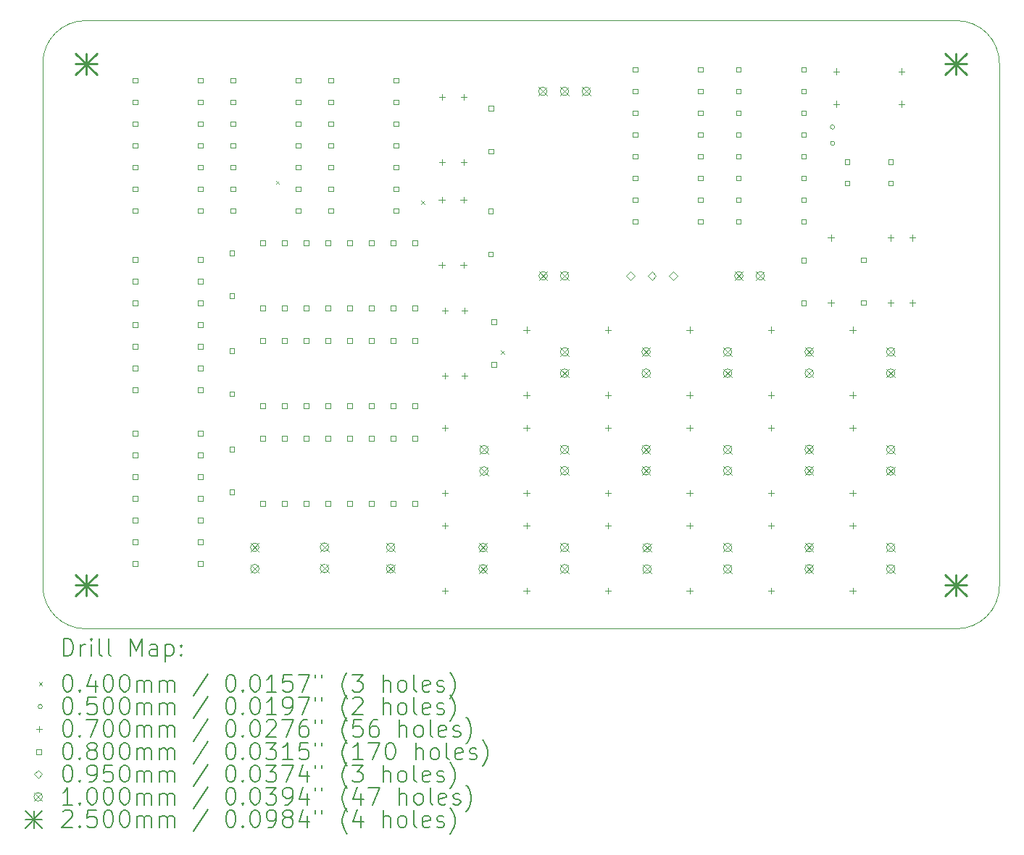
<source format=gbr>
%TF.GenerationSoftware,KiCad,Pcbnew,7.0.1*%
%TF.CreationDate,2023-04-19T14:54:04-05:00*%
%TF.ProjectId,binary_clock,62696e61-7279-45f6-936c-6f636b2e6b69,rev?*%
%TF.SameCoordinates,Original*%
%TF.FileFunction,Drillmap*%
%TF.FilePolarity,Positive*%
%FSLAX45Y45*%
G04 Gerber Fmt 4.5, Leading zero omitted, Abs format (unit mm)*
G04 Created by KiCad (PCBNEW 7.0.1) date 2023-04-19 14:54:04*
%MOMM*%
%LPD*%
G01*
G04 APERTURE LIST*
%ADD10C,0.100000*%
%ADD11C,0.200000*%
%ADD12C,0.040000*%
%ADD13C,0.050000*%
%ADD14C,0.070000*%
%ADD15C,0.080000*%
%ADD16C,0.095000*%
%ADD17C,0.250000*%
G04 APERTURE END LIST*
D10*
X19058000Y-13716000D02*
G75*
G03*
X19558000Y-13216000I0J500000D01*
G01*
X19558000Y-7104000D02*
X19558000Y-13216000D01*
X8882000Y-6604000D02*
X19058000Y-6604000D01*
X8382000Y-13216000D02*
X8382000Y-7104000D01*
X8382000Y-13216000D02*
G75*
G03*
X8882000Y-13716000I500000J0D01*
G01*
X19058000Y-13716000D02*
X8882000Y-13716000D01*
X8882000Y-6604000D02*
G75*
G03*
X8382000Y-7104000I0J-500000D01*
G01*
X19558000Y-7104000D02*
G75*
G03*
X19058000Y-6604000I-500000J0D01*
G01*
D11*
D12*
X11104880Y-8476850D02*
X11144880Y-8516850D01*
X11144880Y-8476850D02*
X11104880Y-8516850D01*
X12802330Y-8709480D02*
X12842330Y-8749480D01*
X12842330Y-8709480D02*
X12802330Y-8749480D01*
X13735990Y-10459490D02*
X13775990Y-10499490D01*
X13775990Y-10459490D02*
X13735990Y-10499490D01*
D13*
X17634000Y-7848010D02*
G75*
G03*
X17634000Y-7848010I-25000J0D01*
G01*
X17634000Y-8038010D02*
G75*
G03*
X17634000Y-8038010I-25000J0D01*
G01*
D14*
X13043230Y-8667420D02*
X13043230Y-8737420D01*
X13008230Y-8702420D02*
X13078230Y-8702420D01*
X13043230Y-9429420D02*
X13043230Y-9499420D01*
X13008230Y-9464420D02*
X13078230Y-9464420D01*
X13047280Y-7465320D02*
X13047280Y-7535320D01*
X13012280Y-7500320D02*
X13082280Y-7500320D01*
X13047280Y-8227320D02*
X13047280Y-8297320D01*
X13012280Y-8262320D02*
X13082280Y-8262320D01*
X13079090Y-9958520D02*
X13079090Y-10028520D01*
X13044090Y-9993520D02*
X13114090Y-9993520D01*
X13079090Y-10720520D02*
X13079090Y-10790520D01*
X13044090Y-10755520D02*
X13114090Y-10755520D01*
X13081000Y-11329500D02*
X13081000Y-11399500D01*
X13046000Y-11364500D02*
X13116000Y-11364500D01*
X13081000Y-12091500D02*
X13081000Y-12161500D01*
X13046000Y-12126500D02*
X13116000Y-12126500D01*
X13081000Y-12474500D02*
X13081000Y-12544500D01*
X13046000Y-12509500D02*
X13116000Y-12509500D01*
X13081000Y-13236500D02*
X13081000Y-13306500D01*
X13046000Y-13271500D02*
X13116000Y-13271500D01*
X13297230Y-8667420D02*
X13297230Y-8737420D01*
X13262230Y-8702420D02*
X13332230Y-8702420D01*
X13297230Y-9429420D02*
X13297230Y-9499420D01*
X13262230Y-9464420D02*
X13332230Y-9464420D01*
X13301280Y-7465320D02*
X13301280Y-7535320D01*
X13266280Y-7500320D02*
X13336280Y-7500320D01*
X13301280Y-8227320D02*
X13301280Y-8297320D01*
X13266280Y-8262320D02*
X13336280Y-8262320D01*
X13311090Y-9958520D02*
X13311090Y-10028520D01*
X13276090Y-9993520D02*
X13346090Y-9993520D01*
X13311090Y-10720520D02*
X13311090Y-10790520D01*
X13276090Y-10755520D02*
X13346090Y-10755520D01*
X14033500Y-10184500D02*
X14033500Y-10254500D01*
X13998500Y-10219500D02*
X14068500Y-10219500D01*
X14033500Y-10946500D02*
X14033500Y-11016500D01*
X13998500Y-10981500D02*
X14068500Y-10981500D01*
X14033500Y-11329500D02*
X14033500Y-11399500D01*
X13998500Y-11364500D02*
X14068500Y-11364500D01*
X14033500Y-12091500D02*
X14033500Y-12161500D01*
X13998500Y-12126500D02*
X14068500Y-12126500D01*
X14033500Y-12474500D02*
X14033500Y-12544500D01*
X13998500Y-12509500D02*
X14068500Y-12509500D01*
X14033500Y-13236500D02*
X14033500Y-13306500D01*
X13998500Y-13271500D02*
X14068500Y-13271500D01*
X14986000Y-10184500D02*
X14986000Y-10254500D01*
X14951000Y-10219500D02*
X15021000Y-10219500D01*
X14986000Y-10946500D02*
X14986000Y-11016500D01*
X14951000Y-10981500D02*
X15021000Y-10981500D01*
X14986000Y-11329500D02*
X14986000Y-11399500D01*
X14951000Y-11364500D02*
X15021000Y-11364500D01*
X14986000Y-12091500D02*
X14986000Y-12161500D01*
X14951000Y-12126500D02*
X15021000Y-12126500D01*
X14986000Y-12474500D02*
X14986000Y-12544500D01*
X14951000Y-12509500D02*
X15021000Y-12509500D01*
X14986000Y-13236500D02*
X14986000Y-13306500D01*
X14951000Y-13271500D02*
X15021000Y-13271500D01*
X15938500Y-10184500D02*
X15938500Y-10254500D01*
X15903500Y-10219500D02*
X15973500Y-10219500D01*
X15938500Y-10946500D02*
X15938500Y-11016500D01*
X15903500Y-10981500D02*
X15973500Y-10981500D01*
X15938500Y-11329500D02*
X15938500Y-11399500D01*
X15903500Y-11364500D02*
X15973500Y-11364500D01*
X15938500Y-12091500D02*
X15938500Y-12161500D01*
X15903500Y-12126500D02*
X15973500Y-12126500D01*
X15938500Y-12474500D02*
X15938500Y-12544500D01*
X15903500Y-12509500D02*
X15973500Y-12509500D01*
X15938500Y-13236500D02*
X15938500Y-13306500D01*
X15903500Y-13271500D02*
X15973500Y-13271500D01*
X16891000Y-10184500D02*
X16891000Y-10254500D01*
X16856000Y-10219500D02*
X16926000Y-10219500D01*
X16891000Y-10946500D02*
X16891000Y-11016500D01*
X16856000Y-10981500D02*
X16926000Y-10981500D01*
X16891000Y-11331500D02*
X16891000Y-11401500D01*
X16856000Y-11366500D02*
X16926000Y-11366500D01*
X16891000Y-12093500D02*
X16891000Y-12163500D01*
X16856000Y-12128500D02*
X16926000Y-12128500D01*
X16891000Y-12474500D02*
X16891000Y-12544500D01*
X16856000Y-12509500D02*
X16926000Y-12509500D01*
X16891000Y-13236500D02*
X16891000Y-13306500D01*
X16856000Y-13271500D02*
X16926000Y-13271500D01*
X17589500Y-9109000D02*
X17589500Y-9179000D01*
X17554500Y-9144000D02*
X17624500Y-9144000D01*
X17589500Y-9871000D02*
X17589500Y-9941000D01*
X17554500Y-9906000D02*
X17624500Y-9906000D01*
X17653000Y-7162500D02*
X17653000Y-7232500D01*
X17618000Y-7197500D02*
X17688000Y-7197500D01*
X17653000Y-7543500D02*
X17653000Y-7613500D01*
X17618000Y-7578500D02*
X17688000Y-7578500D01*
X17843500Y-10184500D02*
X17843500Y-10254500D01*
X17808500Y-10219500D02*
X17878500Y-10219500D01*
X17843500Y-10946500D02*
X17843500Y-11016500D01*
X17808500Y-10981500D02*
X17878500Y-10981500D01*
X17843500Y-11329500D02*
X17843500Y-11399500D01*
X17808500Y-11364500D02*
X17878500Y-11364500D01*
X17843500Y-12091500D02*
X17843500Y-12161500D01*
X17808500Y-12126500D02*
X17878500Y-12126500D01*
X17843500Y-12474500D02*
X17843500Y-12544500D01*
X17808500Y-12509500D02*
X17878500Y-12509500D01*
X17843500Y-13236500D02*
X17843500Y-13306500D01*
X17808500Y-13271500D02*
X17878500Y-13271500D01*
X18288000Y-9109000D02*
X18288000Y-9179000D01*
X18253000Y-9144000D02*
X18323000Y-9144000D01*
X18288000Y-9871000D02*
X18288000Y-9941000D01*
X18253000Y-9906000D02*
X18323000Y-9906000D01*
X18415000Y-7162500D02*
X18415000Y-7232500D01*
X18380000Y-7197500D02*
X18450000Y-7197500D01*
X18415000Y-7543500D02*
X18415000Y-7613500D01*
X18380000Y-7578500D02*
X18450000Y-7578500D01*
X18542000Y-9109000D02*
X18542000Y-9179000D01*
X18507000Y-9144000D02*
X18577000Y-9144000D01*
X18542000Y-9871000D02*
X18542000Y-9941000D01*
X18507000Y-9906000D02*
X18577000Y-9906000D01*
D15*
X9490785Y-7330284D02*
X9490785Y-7273715D01*
X9434216Y-7273715D01*
X9434216Y-7330284D01*
X9490785Y-7330284D01*
X9490785Y-7584284D02*
X9490785Y-7527715D01*
X9434216Y-7527715D01*
X9434216Y-7584284D01*
X9490785Y-7584284D01*
X9490785Y-7838284D02*
X9490785Y-7781715D01*
X9434216Y-7781715D01*
X9434216Y-7838284D01*
X9490785Y-7838284D01*
X9490785Y-8092284D02*
X9490785Y-8035715D01*
X9434216Y-8035715D01*
X9434216Y-8092284D01*
X9490785Y-8092284D01*
X9490785Y-8346284D02*
X9490785Y-8289715D01*
X9434216Y-8289715D01*
X9434216Y-8346284D01*
X9490785Y-8346284D01*
X9490785Y-8600285D02*
X9490785Y-8543716D01*
X9434216Y-8543716D01*
X9434216Y-8600285D01*
X9490785Y-8600285D01*
X9490785Y-8854285D02*
X9490785Y-8797716D01*
X9434216Y-8797716D01*
X9434216Y-8854285D01*
X9490785Y-8854285D01*
X9491785Y-9426285D02*
X9491785Y-9369716D01*
X9435216Y-9369716D01*
X9435216Y-9426285D01*
X9491785Y-9426285D01*
X9491785Y-9680285D02*
X9491785Y-9623716D01*
X9435216Y-9623716D01*
X9435216Y-9680285D01*
X9491785Y-9680285D01*
X9491785Y-9934285D02*
X9491785Y-9877716D01*
X9435216Y-9877716D01*
X9435216Y-9934285D01*
X9491785Y-9934285D01*
X9491785Y-10188285D02*
X9491785Y-10131716D01*
X9435216Y-10131716D01*
X9435216Y-10188285D01*
X9491785Y-10188285D01*
X9491785Y-10442285D02*
X9491785Y-10385716D01*
X9435216Y-10385716D01*
X9435216Y-10442285D01*
X9491785Y-10442285D01*
X9491785Y-10696285D02*
X9491785Y-10639716D01*
X9435216Y-10639716D01*
X9435216Y-10696285D01*
X9491785Y-10696285D01*
X9491785Y-10950285D02*
X9491785Y-10893716D01*
X9435216Y-10893716D01*
X9435216Y-10950285D01*
X9491785Y-10950285D01*
X9491785Y-11457784D02*
X9491785Y-11401215D01*
X9435216Y-11401215D01*
X9435216Y-11457784D01*
X9491785Y-11457784D01*
X9491785Y-11711784D02*
X9491785Y-11655215D01*
X9435216Y-11655215D01*
X9435216Y-11711784D01*
X9491785Y-11711784D01*
X9491785Y-11965784D02*
X9491785Y-11909215D01*
X9435216Y-11909215D01*
X9435216Y-11965784D01*
X9491785Y-11965784D01*
X9491785Y-12219784D02*
X9491785Y-12163215D01*
X9435216Y-12163215D01*
X9435216Y-12219784D01*
X9491785Y-12219784D01*
X9491785Y-12473784D02*
X9491785Y-12417215D01*
X9435216Y-12417215D01*
X9435216Y-12473784D01*
X9491785Y-12473784D01*
X9491785Y-12727784D02*
X9491785Y-12671215D01*
X9435216Y-12671215D01*
X9435216Y-12727784D01*
X9491785Y-12727784D01*
X9491785Y-12981784D02*
X9491785Y-12925215D01*
X9435216Y-12925215D01*
X9435216Y-12981784D01*
X9491785Y-12981784D01*
X10252785Y-7330284D02*
X10252785Y-7273715D01*
X10196216Y-7273715D01*
X10196216Y-7330284D01*
X10252785Y-7330284D01*
X10252785Y-7584284D02*
X10252785Y-7527715D01*
X10196216Y-7527715D01*
X10196216Y-7584284D01*
X10252785Y-7584284D01*
X10252785Y-7838284D02*
X10252785Y-7781715D01*
X10196216Y-7781715D01*
X10196216Y-7838284D01*
X10252785Y-7838284D01*
X10252785Y-8092284D02*
X10252785Y-8035715D01*
X10196216Y-8035715D01*
X10196216Y-8092284D01*
X10252785Y-8092284D01*
X10252785Y-8346284D02*
X10252785Y-8289715D01*
X10196216Y-8289715D01*
X10196216Y-8346284D01*
X10252785Y-8346284D01*
X10252785Y-8600285D02*
X10252785Y-8543716D01*
X10196216Y-8543716D01*
X10196216Y-8600285D01*
X10252785Y-8600285D01*
X10252785Y-8854285D02*
X10252785Y-8797716D01*
X10196216Y-8797716D01*
X10196216Y-8854285D01*
X10252785Y-8854285D01*
X10253785Y-9426285D02*
X10253785Y-9369716D01*
X10197216Y-9369716D01*
X10197216Y-9426285D01*
X10253785Y-9426285D01*
X10253785Y-9680285D02*
X10253785Y-9623716D01*
X10197216Y-9623716D01*
X10197216Y-9680285D01*
X10253785Y-9680285D01*
X10253785Y-9934285D02*
X10253785Y-9877716D01*
X10197216Y-9877716D01*
X10197216Y-9934285D01*
X10253785Y-9934285D01*
X10253785Y-10188285D02*
X10253785Y-10131716D01*
X10197216Y-10131716D01*
X10197216Y-10188285D01*
X10253785Y-10188285D01*
X10253785Y-10442285D02*
X10253785Y-10385716D01*
X10197216Y-10385716D01*
X10197216Y-10442285D01*
X10253785Y-10442285D01*
X10253785Y-10696285D02*
X10253785Y-10639716D01*
X10197216Y-10639716D01*
X10197216Y-10696285D01*
X10253785Y-10696285D01*
X10253785Y-10950285D02*
X10253785Y-10893716D01*
X10197216Y-10893716D01*
X10197216Y-10950285D01*
X10253785Y-10950285D01*
X10253785Y-11457784D02*
X10253785Y-11401215D01*
X10197216Y-11401215D01*
X10197216Y-11457784D01*
X10253785Y-11457784D01*
X10253785Y-11711784D02*
X10253785Y-11655215D01*
X10197216Y-11655215D01*
X10197216Y-11711784D01*
X10253785Y-11711784D01*
X10253785Y-11965784D02*
X10253785Y-11909215D01*
X10197216Y-11909215D01*
X10197216Y-11965784D01*
X10253785Y-11965784D01*
X10253785Y-12219784D02*
X10253785Y-12163215D01*
X10197216Y-12163215D01*
X10197216Y-12219784D01*
X10253785Y-12219784D01*
X10253785Y-12473784D02*
X10253785Y-12417215D01*
X10197216Y-12417215D01*
X10197216Y-12473784D01*
X10253785Y-12473784D01*
X10253785Y-12727784D02*
X10253785Y-12671215D01*
X10197216Y-12671215D01*
X10197216Y-12727784D01*
X10253785Y-12727784D01*
X10253785Y-12981784D02*
X10253785Y-12925215D01*
X10197216Y-12925215D01*
X10197216Y-12981784D01*
X10253785Y-12981784D01*
X10618605Y-9350335D02*
X10618605Y-9293766D01*
X10562036Y-9293766D01*
X10562036Y-9350335D01*
X10618605Y-9350335D01*
X10618605Y-9850335D02*
X10618605Y-9793766D01*
X10562036Y-9793766D01*
X10562036Y-9850335D01*
X10618605Y-9850335D01*
X10618605Y-10495635D02*
X10618605Y-10439066D01*
X10562036Y-10439066D01*
X10562036Y-10495635D01*
X10618605Y-10495635D01*
X10618605Y-10995635D02*
X10618605Y-10939066D01*
X10562036Y-10939066D01*
X10562036Y-10995635D01*
X10618605Y-10995635D01*
X10618605Y-11645254D02*
X10618605Y-11588685D01*
X10562036Y-11588685D01*
X10562036Y-11645254D01*
X10618605Y-11645254D01*
X10618605Y-12145254D02*
X10618605Y-12088685D01*
X10562036Y-12088685D01*
X10562036Y-12145254D01*
X10618605Y-12145254D01*
X10632785Y-7331284D02*
X10632785Y-7274715D01*
X10576216Y-7274715D01*
X10576216Y-7331284D01*
X10632785Y-7331284D01*
X10632785Y-7585284D02*
X10632785Y-7528715D01*
X10576216Y-7528715D01*
X10576216Y-7585284D01*
X10632785Y-7585284D01*
X10632785Y-7839284D02*
X10632785Y-7782715D01*
X10576216Y-7782715D01*
X10576216Y-7839284D01*
X10632785Y-7839284D01*
X10632785Y-8093284D02*
X10632785Y-8036715D01*
X10576216Y-8036715D01*
X10576216Y-8093284D01*
X10632785Y-8093284D01*
X10632785Y-8347284D02*
X10632785Y-8290715D01*
X10576216Y-8290715D01*
X10576216Y-8347284D01*
X10632785Y-8347284D01*
X10632785Y-8601285D02*
X10632785Y-8544716D01*
X10576216Y-8544716D01*
X10576216Y-8601285D01*
X10632785Y-8601285D01*
X10632785Y-8855285D02*
X10632785Y-8798716D01*
X10576216Y-8798716D01*
X10576216Y-8855285D01*
X10632785Y-8855285D01*
X10981755Y-9231885D02*
X10981755Y-9175316D01*
X10925186Y-9175316D01*
X10925186Y-9231885D01*
X10981755Y-9231885D01*
X10981755Y-9993885D02*
X10981755Y-9937316D01*
X10925186Y-9937316D01*
X10925186Y-9993885D01*
X10981755Y-9993885D01*
X10981755Y-10374885D02*
X10981755Y-10318316D01*
X10925186Y-10318316D01*
X10925186Y-10374885D01*
X10981755Y-10374885D01*
X10981755Y-11136885D02*
X10981755Y-11080316D01*
X10925186Y-11080316D01*
X10925186Y-11136885D01*
X10981755Y-11136885D01*
X10981755Y-11517884D02*
X10981755Y-11461315D01*
X10925186Y-11461315D01*
X10925186Y-11517884D01*
X10981755Y-11517884D01*
X10981755Y-12279884D02*
X10981755Y-12223315D01*
X10925186Y-12223315D01*
X10925186Y-12279884D01*
X10981755Y-12279884D01*
X11235754Y-9231885D02*
X11235754Y-9175316D01*
X11179186Y-9175316D01*
X11179186Y-9231885D01*
X11235754Y-9231885D01*
X11235754Y-9993885D02*
X11235754Y-9937316D01*
X11179186Y-9937316D01*
X11179186Y-9993885D01*
X11235754Y-9993885D01*
X11235754Y-10374885D02*
X11235754Y-10318316D01*
X11179186Y-10318316D01*
X11179186Y-10374885D01*
X11235754Y-10374885D01*
X11235754Y-11136885D02*
X11235754Y-11080316D01*
X11179186Y-11080316D01*
X11179186Y-11136885D01*
X11235754Y-11136885D01*
X11235754Y-11517884D02*
X11235754Y-11461315D01*
X11179186Y-11461315D01*
X11179186Y-11517884D01*
X11235754Y-11517884D01*
X11235754Y-12279884D02*
X11235754Y-12223315D01*
X11179186Y-12223315D01*
X11179186Y-12279884D01*
X11235754Y-12279884D01*
X11394784Y-7331284D02*
X11394784Y-7274715D01*
X11338215Y-7274715D01*
X11338215Y-7331284D01*
X11394784Y-7331284D01*
X11394784Y-7585284D02*
X11394784Y-7528715D01*
X11338215Y-7528715D01*
X11338215Y-7585284D01*
X11394784Y-7585284D01*
X11394784Y-7839284D02*
X11394784Y-7782715D01*
X11338215Y-7782715D01*
X11338215Y-7839284D01*
X11394784Y-7839284D01*
X11394784Y-8093284D02*
X11394784Y-8036715D01*
X11338215Y-8036715D01*
X11338215Y-8093284D01*
X11394784Y-8093284D01*
X11394784Y-8347284D02*
X11394784Y-8290715D01*
X11338215Y-8290715D01*
X11338215Y-8347284D01*
X11394784Y-8347284D01*
X11394784Y-8601285D02*
X11394784Y-8544716D01*
X11338215Y-8544716D01*
X11338215Y-8601285D01*
X11394784Y-8601285D01*
X11394784Y-8855285D02*
X11394784Y-8798716D01*
X11338215Y-8798716D01*
X11338215Y-8855285D01*
X11394784Y-8855285D01*
X11489754Y-9231885D02*
X11489754Y-9175316D01*
X11433185Y-9175316D01*
X11433185Y-9231885D01*
X11489754Y-9231885D01*
X11489754Y-9993885D02*
X11489754Y-9937316D01*
X11433185Y-9937316D01*
X11433185Y-9993885D01*
X11489754Y-9993885D01*
X11489754Y-10374885D02*
X11489754Y-10318316D01*
X11433185Y-10318316D01*
X11433185Y-10374885D01*
X11489754Y-10374885D01*
X11489754Y-11136885D02*
X11489754Y-11080316D01*
X11433185Y-11080316D01*
X11433185Y-11136885D01*
X11489754Y-11136885D01*
X11489754Y-11517884D02*
X11489754Y-11461315D01*
X11433185Y-11461315D01*
X11433185Y-11517884D01*
X11489754Y-11517884D01*
X11489754Y-12279884D02*
X11489754Y-12223315D01*
X11433185Y-12223315D01*
X11433185Y-12279884D01*
X11489754Y-12279884D01*
X11743754Y-9231885D02*
X11743754Y-9175316D01*
X11687185Y-9175316D01*
X11687185Y-9231885D01*
X11743754Y-9231885D01*
X11743754Y-9993885D02*
X11743754Y-9937316D01*
X11687185Y-9937316D01*
X11687185Y-9993885D01*
X11743754Y-9993885D01*
X11743754Y-10374885D02*
X11743754Y-10318316D01*
X11687185Y-10318316D01*
X11687185Y-10374885D01*
X11743754Y-10374885D01*
X11743754Y-11136885D02*
X11743754Y-11080316D01*
X11687185Y-11080316D01*
X11687185Y-11136885D01*
X11743754Y-11136885D01*
X11743754Y-11517884D02*
X11743754Y-11461315D01*
X11687185Y-11461315D01*
X11687185Y-11517884D01*
X11743754Y-11517884D01*
X11743754Y-12279884D02*
X11743754Y-12223315D01*
X11687185Y-12223315D01*
X11687185Y-12279884D01*
X11743754Y-12279884D01*
X11776784Y-7330784D02*
X11776784Y-7274215D01*
X11720215Y-7274215D01*
X11720215Y-7330784D01*
X11776784Y-7330784D01*
X11776784Y-7584784D02*
X11776784Y-7528215D01*
X11720215Y-7528215D01*
X11720215Y-7584784D01*
X11776784Y-7584784D01*
X11776784Y-7838784D02*
X11776784Y-7782215D01*
X11720215Y-7782215D01*
X11720215Y-7838784D01*
X11776784Y-7838784D01*
X11776784Y-8092784D02*
X11776784Y-8036215D01*
X11720215Y-8036215D01*
X11720215Y-8092784D01*
X11776784Y-8092784D01*
X11776784Y-8346784D02*
X11776784Y-8290215D01*
X11720215Y-8290215D01*
X11720215Y-8346784D01*
X11776784Y-8346784D01*
X11776784Y-8600785D02*
X11776784Y-8544216D01*
X11720215Y-8544216D01*
X11720215Y-8600785D01*
X11776784Y-8600785D01*
X11776784Y-8854785D02*
X11776784Y-8798216D01*
X11720215Y-8798216D01*
X11720215Y-8854785D01*
X11776784Y-8854785D01*
X11997754Y-9231885D02*
X11997754Y-9175316D01*
X11941185Y-9175316D01*
X11941185Y-9231885D01*
X11997754Y-9231885D01*
X11997754Y-9993885D02*
X11997754Y-9937316D01*
X11941185Y-9937316D01*
X11941185Y-9993885D01*
X11997754Y-9993885D01*
X11997754Y-10374885D02*
X11997754Y-10318316D01*
X11941185Y-10318316D01*
X11941185Y-10374885D01*
X11997754Y-10374885D01*
X11997754Y-11136885D02*
X11997754Y-11080316D01*
X11941185Y-11080316D01*
X11941185Y-11136885D01*
X11997754Y-11136885D01*
X11997754Y-11517884D02*
X11997754Y-11461315D01*
X11941185Y-11461315D01*
X11941185Y-11517884D01*
X11997754Y-11517884D01*
X11997754Y-12279884D02*
X11997754Y-12223315D01*
X11941185Y-12223315D01*
X11941185Y-12279884D01*
X11997754Y-12279884D01*
X12251754Y-9231885D02*
X12251754Y-9175316D01*
X12195185Y-9175316D01*
X12195185Y-9231885D01*
X12251754Y-9231885D01*
X12251754Y-9993885D02*
X12251754Y-9937316D01*
X12195185Y-9937316D01*
X12195185Y-9993885D01*
X12251754Y-9993885D01*
X12251754Y-10374885D02*
X12251754Y-10318316D01*
X12195185Y-10318316D01*
X12195185Y-10374885D01*
X12251754Y-10374885D01*
X12251754Y-11136885D02*
X12251754Y-11080316D01*
X12195185Y-11080316D01*
X12195185Y-11136885D01*
X12251754Y-11136885D01*
X12251754Y-11517884D02*
X12251754Y-11461315D01*
X12195185Y-11461315D01*
X12195185Y-11517884D01*
X12251754Y-11517884D01*
X12251754Y-12279884D02*
X12251754Y-12223315D01*
X12195185Y-12223315D01*
X12195185Y-12279884D01*
X12251754Y-12279884D01*
X12505754Y-9231885D02*
X12505754Y-9175316D01*
X12449185Y-9175316D01*
X12449185Y-9231885D01*
X12505754Y-9231885D01*
X12505754Y-9993885D02*
X12505754Y-9937316D01*
X12449185Y-9937316D01*
X12449185Y-9993885D01*
X12505754Y-9993885D01*
X12505754Y-10374885D02*
X12505754Y-10318316D01*
X12449185Y-10318316D01*
X12449185Y-10374885D01*
X12505754Y-10374885D01*
X12505754Y-11136885D02*
X12505754Y-11080316D01*
X12449185Y-11080316D01*
X12449185Y-11136885D01*
X12505754Y-11136885D01*
X12505754Y-11517884D02*
X12505754Y-11461315D01*
X12449185Y-11461315D01*
X12449185Y-11517884D01*
X12505754Y-11517884D01*
X12505754Y-12279884D02*
X12505754Y-12223315D01*
X12449185Y-12223315D01*
X12449185Y-12279884D01*
X12505754Y-12279884D01*
X12538784Y-7330784D02*
X12538784Y-7274215D01*
X12482215Y-7274215D01*
X12482215Y-7330784D01*
X12538784Y-7330784D01*
X12538784Y-7584784D02*
X12538784Y-7528215D01*
X12482215Y-7528215D01*
X12482215Y-7584784D01*
X12538784Y-7584784D01*
X12538784Y-7838784D02*
X12538784Y-7782215D01*
X12482215Y-7782215D01*
X12482215Y-7838784D01*
X12538784Y-7838784D01*
X12538784Y-8092784D02*
X12538784Y-8036215D01*
X12482215Y-8036215D01*
X12482215Y-8092784D01*
X12538784Y-8092784D01*
X12538784Y-8346784D02*
X12538784Y-8290215D01*
X12482215Y-8290215D01*
X12482215Y-8346784D01*
X12538784Y-8346784D01*
X12538784Y-8600785D02*
X12538784Y-8544216D01*
X12482215Y-8544216D01*
X12482215Y-8600785D01*
X12538784Y-8600785D01*
X12538784Y-8854785D02*
X12538784Y-8798216D01*
X12482215Y-8798216D01*
X12482215Y-8854785D01*
X12538784Y-8854785D01*
X12759754Y-9231885D02*
X12759754Y-9175316D01*
X12703185Y-9175316D01*
X12703185Y-9231885D01*
X12759754Y-9231885D01*
X12759754Y-9993885D02*
X12759754Y-9937316D01*
X12703185Y-9937316D01*
X12703185Y-9993885D01*
X12759754Y-9993885D01*
X12759754Y-10374885D02*
X12759754Y-10318316D01*
X12703185Y-10318316D01*
X12703185Y-10374885D01*
X12759754Y-10374885D01*
X12759754Y-11136885D02*
X12759754Y-11080316D01*
X12703185Y-11080316D01*
X12703185Y-11136885D01*
X12759754Y-11136885D01*
X12759754Y-11517884D02*
X12759754Y-11461315D01*
X12703185Y-11461315D01*
X12703185Y-11517884D01*
X12759754Y-11517884D01*
X12759754Y-12279884D02*
X12759754Y-12223315D01*
X12703185Y-12223315D01*
X12703185Y-12279884D01*
X12759754Y-12279884D01*
X13643014Y-8861705D02*
X13643014Y-8805136D01*
X13586445Y-8805136D01*
X13586445Y-8861705D01*
X13643014Y-8861705D01*
X13643014Y-9361705D02*
X13643014Y-9305136D01*
X13586445Y-9305136D01*
X13586445Y-9361705D01*
X13643014Y-9361705D01*
X13647064Y-7659604D02*
X13647064Y-7603035D01*
X13590495Y-7603035D01*
X13590495Y-7659604D01*
X13647064Y-7659604D01*
X13647064Y-8159604D02*
X13647064Y-8103035D01*
X13590495Y-8103035D01*
X13590495Y-8159604D01*
X13647064Y-8159604D01*
X13678874Y-10152805D02*
X13678874Y-10096236D01*
X13622305Y-10096236D01*
X13622305Y-10152805D01*
X13678874Y-10152805D01*
X13678874Y-10652805D02*
X13678874Y-10596236D01*
X13622305Y-10596236D01*
X13622305Y-10652805D01*
X13678874Y-10652805D01*
X15331784Y-7203784D02*
X15331784Y-7147215D01*
X15275215Y-7147215D01*
X15275215Y-7203784D01*
X15331784Y-7203784D01*
X15331784Y-7457784D02*
X15331784Y-7401215D01*
X15275215Y-7401215D01*
X15275215Y-7457784D01*
X15331784Y-7457784D01*
X15331784Y-7711784D02*
X15331784Y-7655215D01*
X15275215Y-7655215D01*
X15275215Y-7711784D01*
X15331784Y-7711784D01*
X15331784Y-7965784D02*
X15331784Y-7909215D01*
X15275215Y-7909215D01*
X15275215Y-7965784D01*
X15331784Y-7965784D01*
X15331784Y-8219784D02*
X15331784Y-8163215D01*
X15275215Y-8163215D01*
X15275215Y-8219784D01*
X15331784Y-8219784D01*
X15331784Y-8473785D02*
X15331784Y-8417216D01*
X15275215Y-8417216D01*
X15275215Y-8473785D01*
X15331784Y-8473785D01*
X15331784Y-8727785D02*
X15331784Y-8671216D01*
X15275215Y-8671216D01*
X15275215Y-8727785D01*
X15331784Y-8727785D01*
X15331784Y-8981785D02*
X15331784Y-8925216D01*
X15275215Y-8925216D01*
X15275215Y-8981785D01*
X15331784Y-8981785D01*
X16093784Y-7203784D02*
X16093784Y-7147215D01*
X16037215Y-7147215D01*
X16037215Y-7203784D01*
X16093784Y-7203784D01*
X16093784Y-7457784D02*
X16093784Y-7401215D01*
X16037215Y-7401215D01*
X16037215Y-7457784D01*
X16093784Y-7457784D01*
X16093784Y-7711784D02*
X16093784Y-7655215D01*
X16037215Y-7655215D01*
X16037215Y-7711784D01*
X16093784Y-7711784D01*
X16093784Y-7965784D02*
X16093784Y-7909215D01*
X16037215Y-7909215D01*
X16037215Y-7965784D01*
X16093784Y-7965784D01*
X16093784Y-8219784D02*
X16093784Y-8163215D01*
X16037215Y-8163215D01*
X16037215Y-8219784D01*
X16093784Y-8219784D01*
X16093784Y-8473785D02*
X16093784Y-8417216D01*
X16037215Y-8417216D01*
X16037215Y-8473785D01*
X16093784Y-8473785D01*
X16093784Y-8727785D02*
X16093784Y-8671216D01*
X16037215Y-8671216D01*
X16037215Y-8727785D01*
X16093784Y-8727785D01*
X16093784Y-8981785D02*
X16093784Y-8925216D01*
X16037215Y-8925216D01*
X16037215Y-8981785D01*
X16093784Y-8981785D01*
X16538284Y-7203784D02*
X16538284Y-7147215D01*
X16481715Y-7147215D01*
X16481715Y-7203784D01*
X16538284Y-7203784D01*
X16538284Y-7457784D02*
X16538284Y-7401215D01*
X16481715Y-7401215D01*
X16481715Y-7457784D01*
X16538284Y-7457784D01*
X16538284Y-7711784D02*
X16538284Y-7655215D01*
X16481715Y-7655215D01*
X16481715Y-7711784D01*
X16538284Y-7711784D01*
X16538284Y-7965784D02*
X16538284Y-7909215D01*
X16481715Y-7909215D01*
X16481715Y-7965784D01*
X16538284Y-7965784D01*
X16538284Y-8219784D02*
X16538284Y-8163215D01*
X16481715Y-8163215D01*
X16481715Y-8219784D01*
X16538284Y-8219784D01*
X16538284Y-8473785D02*
X16538284Y-8417216D01*
X16481715Y-8417216D01*
X16481715Y-8473785D01*
X16538284Y-8473785D01*
X16538284Y-8727785D02*
X16538284Y-8671216D01*
X16481715Y-8671216D01*
X16481715Y-8727785D01*
X16538284Y-8727785D01*
X16538284Y-8981785D02*
X16538284Y-8925216D01*
X16481715Y-8925216D01*
X16481715Y-8981785D01*
X16538284Y-8981785D01*
X17300285Y-7203784D02*
X17300285Y-7147215D01*
X17243716Y-7147215D01*
X17243716Y-7203784D01*
X17300285Y-7203784D01*
X17300285Y-7457784D02*
X17300285Y-7401215D01*
X17243716Y-7401215D01*
X17243716Y-7457784D01*
X17300285Y-7457784D01*
X17300285Y-7711784D02*
X17300285Y-7655215D01*
X17243716Y-7655215D01*
X17243716Y-7711784D01*
X17300285Y-7711784D01*
X17300285Y-7965784D02*
X17300285Y-7909215D01*
X17243716Y-7909215D01*
X17243716Y-7965784D01*
X17300285Y-7965784D01*
X17300285Y-8219784D02*
X17300285Y-8163215D01*
X17243716Y-8163215D01*
X17243716Y-8219784D01*
X17300285Y-8219784D01*
X17300285Y-8473785D02*
X17300285Y-8417216D01*
X17243716Y-8417216D01*
X17243716Y-8473785D01*
X17300285Y-8473785D01*
X17300285Y-8727785D02*
X17300285Y-8671216D01*
X17243716Y-8671216D01*
X17243716Y-8727785D01*
X17300285Y-8727785D01*
X17300285Y-8981785D02*
X17300285Y-8925216D01*
X17243716Y-8925216D01*
X17243716Y-8981785D01*
X17300285Y-8981785D01*
X17300285Y-9434285D02*
X17300285Y-9377716D01*
X17243716Y-9377716D01*
X17243716Y-9434285D01*
X17300285Y-9434285D01*
X17300285Y-9934285D02*
X17300285Y-9877716D01*
X17243716Y-9877716D01*
X17243716Y-9934285D01*
X17300285Y-9934285D01*
X17808285Y-8283284D02*
X17808285Y-8226715D01*
X17751716Y-8226715D01*
X17751716Y-8283284D01*
X17808285Y-8283284D01*
X17808285Y-8533285D02*
X17808285Y-8476716D01*
X17751716Y-8476716D01*
X17751716Y-8533285D01*
X17808285Y-8533285D01*
X17998785Y-9430285D02*
X17998785Y-9373716D01*
X17942216Y-9373716D01*
X17942216Y-9430285D01*
X17998785Y-9430285D01*
X17998785Y-9930285D02*
X17998785Y-9873716D01*
X17942216Y-9873716D01*
X17942216Y-9930285D01*
X17998785Y-9930285D01*
X18316285Y-8283284D02*
X18316285Y-8226715D01*
X18259716Y-8226715D01*
X18259716Y-8283284D01*
X18316285Y-8283284D01*
X18316285Y-8533285D02*
X18316285Y-8476716D01*
X18259716Y-8476716D01*
X18259716Y-8533285D01*
X18316285Y-8533285D01*
D16*
X15248000Y-9636000D02*
X15295500Y-9588500D01*
X15248000Y-9541000D01*
X15200500Y-9588500D01*
X15248000Y-9636000D01*
X15498000Y-9636000D02*
X15545500Y-9588500D01*
X15498000Y-9541000D01*
X15450500Y-9588500D01*
X15498000Y-9636000D01*
X15748000Y-9636000D02*
X15795500Y-9588500D01*
X15748000Y-9541000D01*
X15700500Y-9588500D01*
X15748000Y-9636000D01*
D10*
X10808500Y-12713500D02*
X10908500Y-12813500D01*
X10908500Y-12713500D02*
X10808500Y-12813500D01*
X10908500Y-12763500D02*
G75*
G03*
X10908500Y-12763500I-50000J0D01*
G01*
X10808500Y-12963500D02*
X10908500Y-13063500D01*
X10908500Y-12963500D02*
X10808500Y-13063500D01*
X10908500Y-13013500D02*
G75*
G03*
X10908500Y-13013500I-50000J0D01*
G01*
X11622520Y-12711160D02*
X11722520Y-12811160D01*
X11722520Y-12711160D02*
X11622520Y-12811160D01*
X11722520Y-12761160D02*
G75*
G03*
X11722520Y-12761160I-50000J0D01*
G01*
X11622520Y-12961160D02*
X11722520Y-13061160D01*
X11722520Y-12961160D02*
X11622520Y-13061160D01*
X11722520Y-13011160D02*
G75*
G03*
X11722520Y-13011160I-50000J0D01*
G01*
X12396000Y-12713500D02*
X12496000Y-12813500D01*
X12496000Y-12713500D02*
X12396000Y-12813500D01*
X12496000Y-12763500D02*
G75*
G03*
X12496000Y-12763500I-50000J0D01*
G01*
X12396000Y-12963500D02*
X12496000Y-13063500D01*
X12496000Y-12963500D02*
X12396000Y-13063500D01*
X12496000Y-13013500D02*
G75*
G03*
X12496000Y-13013500I-50000J0D01*
G01*
X13475500Y-12715500D02*
X13575500Y-12815500D01*
X13575500Y-12715500D02*
X13475500Y-12815500D01*
X13575500Y-12765500D02*
G75*
G03*
X13575500Y-12765500I-50000J0D01*
G01*
X13475500Y-12965500D02*
X13575500Y-13065500D01*
X13575500Y-12965500D02*
X13475500Y-13065500D01*
X13575500Y-13015500D02*
G75*
G03*
X13575500Y-13015500I-50000J0D01*
G01*
X13486500Y-11571500D02*
X13586500Y-11671500D01*
X13586500Y-11571500D02*
X13486500Y-11671500D01*
X13586500Y-11621500D02*
G75*
G03*
X13586500Y-11621500I-50000J0D01*
G01*
X13486500Y-11821500D02*
X13586500Y-11921500D01*
X13586500Y-11821500D02*
X13486500Y-11921500D01*
X13586500Y-11871500D02*
G75*
G03*
X13586500Y-11871500I-50000J0D01*
G01*
X14173000Y-7380000D02*
X14273000Y-7480000D01*
X14273000Y-7380000D02*
X14173000Y-7480000D01*
X14273000Y-7430000D02*
G75*
G03*
X14273000Y-7430000I-50000J0D01*
G01*
X14178000Y-9538500D02*
X14278000Y-9638500D01*
X14278000Y-9538500D02*
X14178000Y-9638500D01*
X14278000Y-9588500D02*
G75*
G03*
X14278000Y-9588500I-50000J0D01*
G01*
X14427000Y-7380000D02*
X14527000Y-7480000D01*
X14527000Y-7380000D02*
X14427000Y-7480000D01*
X14527000Y-7430000D02*
G75*
G03*
X14527000Y-7430000I-50000J0D01*
G01*
X14428000Y-9538500D02*
X14528000Y-9638500D01*
X14528000Y-9538500D02*
X14428000Y-9638500D01*
X14528000Y-9588500D02*
G75*
G03*
X14528000Y-9588500I-50000J0D01*
G01*
X14428000Y-10427500D02*
X14528000Y-10527500D01*
X14528000Y-10427500D02*
X14428000Y-10527500D01*
X14528000Y-10477500D02*
G75*
G03*
X14528000Y-10477500I-50000J0D01*
G01*
X14428000Y-10677500D02*
X14528000Y-10777500D01*
X14528000Y-10677500D02*
X14428000Y-10777500D01*
X14528000Y-10727500D02*
G75*
G03*
X14528000Y-10727500I-50000J0D01*
G01*
X14428000Y-11568500D02*
X14528000Y-11668500D01*
X14528000Y-11568500D02*
X14428000Y-11668500D01*
X14528000Y-11618500D02*
G75*
G03*
X14528000Y-11618500I-50000J0D01*
G01*
X14428000Y-11818500D02*
X14528000Y-11918500D01*
X14528000Y-11818500D02*
X14428000Y-11918500D01*
X14528000Y-11868500D02*
G75*
G03*
X14528000Y-11868500I-50000J0D01*
G01*
X14428000Y-12714500D02*
X14528000Y-12814500D01*
X14528000Y-12714500D02*
X14428000Y-12814500D01*
X14528000Y-12764500D02*
G75*
G03*
X14528000Y-12764500I-50000J0D01*
G01*
X14428000Y-12964500D02*
X14528000Y-13064500D01*
X14528000Y-12964500D02*
X14428000Y-13064500D01*
X14528000Y-13014500D02*
G75*
G03*
X14528000Y-13014500I-50000J0D01*
G01*
X14681000Y-7380000D02*
X14781000Y-7480000D01*
X14781000Y-7380000D02*
X14681000Y-7480000D01*
X14781000Y-7430000D02*
G75*
G03*
X14781000Y-7430000I-50000J0D01*
G01*
X15380500Y-10427500D02*
X15480500Y-10527500D01*
X15480500Y-10427500D02*
X15380500Y-10527500D01*
X15480500Y-10477500D02*
G75*
G03*
X15480500Y-10477500I-50000J0D01*
G01*
X15380500Y-10677500D02*
X15480500Y-10777500D01*
X15480500Y-10677500D02*
X15380500Y-10777500D01*
X15480500Y-10727500D02*
G75*
G03*
X15480500Y-10727500I-50000J0D01*
G01*
X15380500Y-11568500D02*
X15480500Y-11668500D01*
X15480500Y-11568500D02*
X15380500Y-11668500D01*
X15480500Y-11618500D02*
G75*
G03*
X15480500Y-11618500I-50000J0D01*
G01*
X15380500Y-11818500D02*
X15480500Y-11918500D01*
X15480500Y-11818500D02*
X15380500Y-11918500D01*
X15480500Y-11868500D02*
G75*
G03*
X15480500Y-11868500I-50000J0D01*
G01*
X15391500Y-12717500D02*
X15491500Y-12817500D01*
X15491500Y-12717500D02*
X15391500Y-12817500D01*
X15491500Y-12767500D02*
G75*
G03*
X15491500Y-12767500I-50000J0D01*
G01*
X15391500Y-12967500D02*
X15491500Y-13067500D01*
X15491500Y-12967500D02*
X15391500Y-13067500D01*
X15491500Y-13017500D02*
G75*
G03*
X15491500Y-13017500I-50000J0D01*
G01*
X16333000Y-10427500D02*
X16433000Y-10527500D01*
X16433000Y-10427500D02*
X16333000Y-10527500D01*
X16433000Y-10477500D02*
G75*
G03*
X16433000Y-10477500I-50000J0D01*
G01*
X16333000Y-10677500D02*
X16433000Y-10777500D01*
X16433000Y-10677500D02*
X16333000Y-10777500D01*
X16433000Y-10727500D02*
G75*
G03*
X16433000Y-10727500I-50000J0D01*
G01*
X16333000Y-11568500D02*
X16433000Y-11668500D01*
X16433000Y-11568500D02*
X16333000Y-11668500D01*
X16433000Y-11618500D02*
G75*
G03*
X16433000Y-11618500I-50000J0D01*
G01*
X16333000Y-11818500D02*
X16433000Y-11918500D01*
X16433000Y-11818500D02*
X16333000Y-11918500D01*
X16433000Y-11868500D02*
G75*
G03*
X16433000Y-11868500I-50000J0D01*
G01*
X16333000Y-12715500D02*
X16433000Y-12815500D01*
X16433000Y-12715500D02*
X16333000Y-12815500D01*
X16433000Y-12765500D02*
G75*
G03*
X16433000Y-12765500I-50000J0D01*
G01*
X16333000Y-12965500D02*
X16433000Y-13065500D01*
X16433000Y-12965500D02*
X16333000Y-13065500D01*
X16433000Y-13015500D02*
G75*
G03*
X16433000Y-13015500I-50000J0D01*
G01*
X16464000Y-9538500D02*
X16564000Y-9638500D01*
X16564000Y-9538500D02*
X16464000Y-9638500D01*
X16564000Y-9588500D02*
G75*
G03*
X16564000Y-9588500I-50000J0D01*
G01*
X16714000Y-9538500D02*
X16814000Y-9638500D01*
X16814000Y-9538500D02*
X16714000Y-9638500D01*
X16814000Y-9588500D02*
G75*
G03*
X16814000Y-9588500I-50000J0D01*
G01*
X17285500Y-10427500D02*
X17385500Y-10527500D01*
X17385500Y-10427500D02*
X17285500Y-10527500D01*
X17385500Y-10477500D02*
G75*
G03*
X17385500Y-10477500I-50000J0D01*
G01*
X17285500Y-10677500D02*
X17385500Y-10777500D01*
X17385500Y-10677500D02*
X17285500Y-10777500D01*
X17385500Y-10727500D02*
G75*
G03*
X17385500Y-10727500I-50000J0D01*
G01*
X17285500Y-11568500D02*
X17385500Y-11668500D01*
X17385500Y-11568500D02*
X17285500Y-11668500D01*
X17385500Y-11618500D02*
G75*
G03*
X17385500Y-11618500I-50000J0D01*
G01*
X17285500Y-11818500D02*
X17385500Y-11918500D01*
X17385500Y-11818500D02*
X17285500Y-11918500D01*
X17385500Y-11868500D02*
G75*
G03*
X17385500Y-11868500I-50000J0D01*
G01*
X17285500Y-12715500D02*
X17385500Y-12815500D01*
X17385500Y-12715500D02*
X17285500Y-12815500D01*
X17385500Y-12765500D02*
G75*
G03*
X17385500Y-12765500I-50000J0D01*
G01*
X17285500Y-12965500D02*
X17385500Y-13065500D01*
X17385500Y-12965500D02*
X17285500Y-13065500D01*
X17385500Y-13015500D02*
G75*
G03*
X17385500Y-13015500I-50000J0D01*
G01*
X18238000Y-10427500D02*
X18338000Y-10527500D01*
X18338000Y-10427500D02*
X18238000Y-10527500D01*
X18338000Y-10477500D02*
G75*
G03*
X18338000Y-10477500I-50000J0D01*
G01*
X18238000Y-10677500D02*
X18338000Y-10777500D01*
X18338000Y-10677500D02*
X18238000Y-10777500D01*
X18338000Y-10727500D02*
G75*
G03*
X18338000Y-10727500I-50000J0D01*
G01*
X18238000Y-11570500D02*
X18338000Y-11670500D01*
X18338000Y-11570500D02*
X18238000Y-11670500D01*
X18338000Y-11620500D02*
G75*
G03*
X18338000Y-11620500I-50000J0D01*
G01*
X18238000Y-11820500D02*
X18338000Y-11920500D01*
X18338000Y-11820500D02*
X18238000Y-11920500D01*
X18338000Y-11870500D02*
G75*
G03*
X18338000Y-11870500I-50000J0D01*
G01*
X18238000Y-12715500D02*
X18338000Y-12815500D01*
X18338000Y-12715500D02*
X18238000Y-12815500D01*
X18338000Y-12765500D02*
G75*
G03*
X18338000Y-12765500I-50000J0D01*
G01*
X18238000Y-12965500D02*
X18338000Y-13065500D01*
X18338000Y-12965500D02*
X18238000Y-13065500D01*
X18338000Y-13015500D02*
G75*
G03*
X18338000Y-13015500I-50000J0D01*
G01*
D17*
X8765000Y-6987000D02*
X9015000Y-7237000D01*
X9015000Y-6987000D02*
X8765000Y-7237000D01*
X8890000Y-6987000D02*
X8890000Y-7237000D01*
X8765000Y-7112000D02*
X9015000Y-7112000D01*
X8765000Y-13083000D02*
X9015000Y-13333000D01*
X9015000Y-13083000D02*
X8765000Y-13333000D01*
X8890000Y-13083000D02*
X8890000Y-13333000D01*
X8765000Y-13208000D02*
X9015000Y-13208000D01*
X18925000Y-6987000D02*
X19175000Y-7237000D01*
X19175000Y-6987000D02*
X18925000Y-7237000D01*
X19050000Y-6987000D02*
X19050000Y-7237000D01*
X18925000Y-7112000D02*
X19175000Y-7112000D01*
X18925000Y-13083000D02*
X19175000Y-13333000D01*
X19175000Y-13083000D02*
X18925000Y-13333000D01*
X19050000Y-13083000D02*
X19050000Y-13333000D01*
X18925000Y-13208000D02*
X19175000Y-13208000D01*
D11*
X8624619Y-14033524D02*
X8624619Y-13833524D01*
X8624619Y-13833524D02*
X8672238Y-13833524D01*
X8672238Y-13833524D02*
X8700810Y-13843048D01*
X8700810Y-13843048D02*
X8719857Y-13862095D01*
X8719857Y-13862095D02*
X8729381Y-13881143D01*
X8729381Y-13881143D02*
X8738905Y-13919238D01*
X8738905Y-13919238D02*
X8738905Y-13947809D01*
X8738905Y-13947809D02*
X8729381Y-13985905D01*
X8729381Y-13985905D02*
X8719857Y-14004952D01*
X8719857Y-14004952D02*
X8700810Y-14024000D01*
X8700810Y-14024000D02*
X8672238Y-14033524D01*
X8672238Y-14033524D02*
X8624619Y-14033524D01*
X8824619Y-14033524D02*
X8824619Y-13900190D01*
X8824619Y-13938286D02*
X8834143Y-13919238D01*
X8834143Y-13919238D02*
X8843667Y-13909714D01*
X8843667Y-13909714D02*
X8862714Y-13900190D01*
X8862714Y-13900190D02*
X8881762Y-13900190D01*
X8948429Y-14033524D02*
X8948429Y-13900190D01*
X8948429Y-13833524D02*
X8938905Y-13843048D01*
X8938905Y-13843048D02*
X8948429Y-13852571D01*
X8948429Y-13852571D02*
X8957952Y-13843048D01*
X8957952Y-13843048D02*
X8948429Y-13833524D01*
X8948429Y-13833524D02*
X8948429Y-13852571D01*
X9072238Y-14033524D02*
X9053190Y-14024000D01*
X9053190Y-14024000D02*
X9043667Y-14004952D01*
X9043667Y-14004952D02*
X9043667Y-13833524D01*
X9177000Y-14033524D02*
X9157952Y-14024000D01*
X9157952Y-14024000D02*
X9148429Y-14004952D01*
X9148429Y-14004952D02*
X9148429Y-13833524D01*
X9405571Y-14033524D02*
X9405571Y-13833524D01*
X9405571Y-13833524D02*
X9472238Y-13976381D01*
X9472238Y-13976381D02*
X9538905Y-13833524D01*
X9538905Y-13833524D02*
X9538905Y-14033524D01*
X9719857Y-14033524D02*
X9719857Y-13928762D01*
X9719857Y-13928762D02*
X9710333Y-13909714D01*
X9710333Y-13909714D02*
X9691286Y-13900190D01*
X9691286Y-13900190D02*
X9653190Y-13900190D01*
X9653190Y-13900190D02*
X9634143Y-13909714D01*
X9719857Y-14024000D02*
X9700810Y-14033524D01*
X9700810Y-14033524D02*
X9653190Y-14033524D01*
X9653190Y-14033524D02*
X9634143Y-14024000D01*
X9634143Y-14024000D02*
X9624619Y-14004952D01*
X9624619Y-14004952D02*
X9624619Y-13985905D01*
X9624619Y-13985905D02*
X9634143Y-13966857D01*
X9634143Y-13966857D02*
X9653190Y-13957333D01*
X9653190Y-13957333D02*
X9700810Y-13957333D01*
X9700810Y-13957333D02*
X9719857Y-13947809D01*
X9815095Y-13900190D02*
X9815095Y-14100190D01*
X9815095Y-13909714D02*
X9834143Y-13900190D01*
X9834143Y-13900190D02*
X9872238Y-13900190D01*
X9872238Y-13900190D02*
X9891286Y-13909714D01*
X9891286Y-13909714D02*
X9900810Y-13919238D01*
X9900810Y-13919238D02*
X9910333Y-13938286D01*
X9910333Y-13938286D02*
X9910333Y-13995428D01*
X9910333Y-13995428D02*
X9900810Y-14014476D01*
X9900810Y-14014476D02*
X9891286Y-14024000D01*
X9891286Y-14024000D02*
X9872238Y-14033524D01*
X9872238Y-14033524D02*
X9834143Y-14033524D01*
X9834143Y-14033524D02*
X9815095Y-14024000D01*
X9996048Y-14014476D02*
X10005571Y-14024000D01*
X10005571Y-14024000D02*
X9996048Y-14033524D01*
X9996048Y-14033524D02*
X9986524Y-14024000D01*
X9986524Y-14024000D02*
X9996048Y-14014476D01*
X9996048Y-14014476D02*
X9996048Y-14033524D01*
X9996048Y-13909714D02*
X10005571Y-13919238D01*
X10005571Y-13919238D02*
X9996048Y-13928762D01*
X9996048Y-13928762D02*
X9986524Y-13919238D01*
X9986524Y-13919238D02*
X9996048Y-13909714D01*
X9996048Y-13909714D02*
X9996048Y-13928762D01*
D12*
X8337000Y-14341000D02*
X8377000Y-14381000D01*
X8377000Y-14341000D02*
X8337000Y-14381000D01*
D11*
X8662714Y-14253524D02*
X8681762Y-14253524D01*
X8681762Y-14253524D02*
X8700810Y-14263048D01*
X8700810Y-14263048D02*
X8710333Y-14272571D01*
X8710333Y-14272571D02*
X8719857Y-14291619D01*
X8719857Y-14291619D02*
X8729381Y-14329714D01*
X8729381Y-14329714D02*
X8729381Y-14377333D01*
X8729381Y-14377333D02*
X8719857Y-14415428D01*
X8719857Y-14415428D02*
X8710333Y-14434476D01*
X8710333Y-14434476D02*
X8700810Y-14444000D01*
X8700810Y-14444000D02*
X8681762Y-14453524D01*
X8681762Y-14453524D02*
X8662714Y-14453524D01*
X8662714Y-14453524D02*
X8643667Y-14444000D01*
X8643667Y-14444000D02*
X8634143Y-14434476D01*
X8634143Y-14434476D02*
X8624619Y-14415428D01*
X8624619Y-14415428D02*
X8615095Y-14377333D01*
X8615095Y-14377333D02*
X8615095Y-14329714D01*
X8615095Y-14329714D02*
X8624619Y-14291619D01*
X8624619Y-14291619D02*
X8634143Y-14272571D01*
X8634143Y-14272571D02*
X8643667Y-14263048D01*
X8643667Y-14263048D02*
X8662714Y-14253524D01*
X8815095Y-14434476D02*
X8824619Y-14444000D01*
X8824619Y-14444000D02*
X8815095Y-14453524D01*
X8815095Y-14453524D02*
X8805571Y-14444000D01*
X8805571Y-14444000D02*
X8815095Y-14434476D01*
X8815095Y-14434476D02*
X8815095Y-14453524D01*
X8996048Y-14320190D02*
X8996048Y-14453524D01*
X8948429Y-14244000D02*
X8900810Y-14386857D01*
X8900810Y-14386857D02*
X9024619Y-14386857D01*
X9138905Y-14253524D02*
X9157952Y-14253524D01*
X9157952Y-14253524D02*
X9177000Y-14263048D01*
X9177000Y-14263048D02*
X9186524Y-14272571D01*
X9186524Y-14272571D02*
X9196048Y-14291619D01*
X9196048Y-14291619D02*
X9205571Y-14329714D01*
X9205571Y-14329714D02*
X9205571Y-14377333D01*
X9205571Y-14377333D02*
X9196048Y-14415428D01*
X9196048Y-14415428D02*
X9186524Y-14434476D01*
X9186524Y-14434476D02*
X9177000Y-14444000D01*
X9177000Y-14444000D02*
X9157952Y-14453524D01*
X9157952Y-14453524D02*
X9138905Y-14453524D01*
X9138905Y-14453524D02*
X9119857Y-14444000D01*
X9119857Y-14444000D02*
X9110333Y-14434476D01*
X9110333Y-14434476D02*
X9100810Y-14415428D01*
X9100810Y-14415428D02*
X9091286Y-14377333D01*
X9091286Y-14377333D02*
X9091286Y-14329714D01*
X9091286Y-14329714D02*
X9100810Y-14291619D01*
X9100810Y-14291619D02*
X9110333Y-14272571D01*
X9110333Y-14272571D02*
X9119857Y-14263048D01*
X9119857Y-14263048D02*
X9138905Y-14253524D01*
X9329381Y-14253524D02*
X9348429Y-14253524D01*
X9348429Y-14253524D02*
X9367476Y-14263048D01*
X9367476Y-14263048D02*
X9377000Y-14272571D01*
X9377000Y-14272571D02*
X9386524Y-14291619D01*
X9386524Y-14291619D02*
X9396048Y-14329714D01*
X9396048Y-14329714D02*
X9396048Y-14377333D01*
X9396048Y-14377333D02*
X9386524Y-14415428D01*
X9386524Y-14415428D02*
X9377000Y-14434476D01*
X9377000Y-14434476D02*
X9367476Y-14444000D01*
X9367476Y-14444000D02*
X9348429Y-14453524D01*
X9348429Y-14453524D02*
X9329381Y-14453524D01*
X9329381Y-14453524D02*
X9310333Y-14444000D01*
X9310333Y-14444000D02*
X9300810Y-14434476D01*
X9300810Y-14434476D02*
X9291286Y-14415428D01*
X9291286Y-14415428D02*
X9281762Y-14377333D01*
X9281762Y-14377333D02*
X9281762Y-14329714D01*
X9281762Y-14329714D02*
X9291286Y-14291619D01*
X9291286Y-14291619D02*
X9300810Y-14272571D01*
X9300810Y-14272571D02*
X9310333Y-14263048D01*
X9310333Y-14263048D02*
X9329381Y-14253524D01*
X9481762Y-14453524D02*
X9481762Y-14320190D01*
X9481762Y-14339238D02*
X9491286Y-14329714D01*
X9491286Y-14329714D02*
X9510333Y-14320190D01*
X9510333Y-14320190D02*
X9538905Y-14320190D01*
X9538905Y-14320190D02*
X9557952Y-14329714D01*
X9557952Y-14329714D02*
X9567476Y-14348762D01*
X9567476Y-14348762D02*
X9567476Y-14453524D01*
X9567476Y-14348762D02*
X9577000Y-14329714D01*
X9577000Y-14329714D02*
X9596048Y-14320190D01*
X9596048Y-14320190D02*
X9624619Y-14320190D01*
X9624619Y-14320190D02*
X9643667Y-14329714D01*
X9643667Y-14329714D02*
X9653191Y-14348762D01*
X9653191Y-14348762D02*
X9653191Y-14453524D01*
X9748429Y-14453524D02*
X9748429Y-14320190D01*
X9748429Y-14339238D02*
X9757952Y-14329714D01*
X9757952Y-14329714D02*
X9777000Y-14320190D01*
X9777000Y-14320190D02*
X9805572Y-14320190D01*
X9805572Y-14320190D02*
X9824619Y-14329714D01*
X9824619Y-14329714D02*
X9834143Y-14348762D01*
X9834143Y-14348762D02*
X9834143Y-14453524D01*
X9834143Y-14348762D02*
X9843667Y-14329714D01*
X9843667Y-14329714D02*
X9862714Y-14320190D01*
X9862714Y-14320190D02*
X9891286Y-14320190D01*
X9891286Y-14320190D02*
X9910333Y-14329714D01*
X9910333Y-14329714D02*
X9919857Y-14348762D01*
X9919857Y-14348762D02*
X9919857Y-14453524D01*
X10310333Y-14244000D02*
X10138905Y-14501143D01*
X10567476Y-14253524D02*
X10586524Y-14253524D01*
X10586524Y-14253524D02*
X10605572Y-14263048D01*
X10605572Y-14263048D02*
X10615095Y-14272571D01*
X10615095Y-14272571D02*
X10624619Y-14291619D01*
X10624619Y-14291619D02*
X10634143Y-14329714D01*
X10634143Y-14329714D02*
X10634143Y-14377333D01*
X10634143Y-14377333D02*
X10624619Y-14415428D01*
X10624619Y-14415428D02*
X10615095Y-14434476D01*
X10615095Y-14434476D02*
X10605572Y-14444000D01*
X10605572Y-14444000D02*
X10586524Y-14453524D01*
X10586524Y-14453524D02*
X10567476Y-14453524D01*
X10567476Y-14453524D02*
X10548429Y-14444000D01*
X10548429Y-14444000D02*
X10538905Y-14434476D01*
X10538905Y-14434476D02*
X10529381Y-14415428D01*
X10529381Y-14415428D02*
X10519857Y-14377333D01*
X10519857Y-14377333D02*
X10519857Y-14329714D01*
X10519857Y-14329714D02*
X10529381Y-14291619D01*
X10529381Y-14291619D02*
X10538905Y-14272571D01*
X10538905Y-14272571D02*
X10548429Y-14263048D01*
X10548429Y-14263048D02*
X10567476Y-14253524D01*
X10719857Y-14434476D02*
X10729381Y-14444000D01*
X10729381Y-14444000D02*
X10719857Y-14453524D01*
X10719857Y-14453524D02*
X10710334Y-14444000D01*
X10710334Y-14444000D02*
X10719857Y-14434476D01*
X10719857Y-14434476D02*
X10719857Y-14453524D01*
X10853191Y-14253524D02*
X10872238Y-14253524D01*
X10872238Y-14253524D02*
X10891286Y-14263048D01*
X10891286Y-14263048D02*
X10900810Y-14272571D01*
X10900810Y-14272571D02*
X10910334Y-14291619D01*
X10910334Y-14291619D02*
X10919857Y-14329714D01*
X10919857Y-14329714D02*
X10919857Y-14377333D01*
X10919857Y-14377333D02*
X10910334Y-14415428D01*
X10910334Y-14415428D02*
X10900810Y-14434476D01*
X10900810Y-14434476D02*
X10891286Y-14444000D01*
X10891286Y-14444000D02*
X10872238Y-14453524D01*
X10872238Y-14453524D02*
X10853191Y-14453524D01*
X10853191Y-14453524D02*
X10834143Y-14444000D01*
X10834143Y-14444000D02*
X10824619Y-14434476D01*
X10824619Y-14434476D02*
X10815095Y-14415428D01*
X10815095Y-14415428D02*
X10805572Y-14377333D01*
X10805572Y-14377333D02*
X10805572Y-14329714D01*
X10805572Y-14329714D02*
X10815095Y-14291619D01*
X10815095Y-14291619D02*
X10824619Y-14272571D01*
X10824619Y-14272571D02*
X10834143Y-14263048D01*
X10834143Y-14263048D02*
X10853191Y-14253524D01*
X11110334Y-14453524D02*
X10996048Y-14453524D01*
X11053191Y-14453524D02*
X11053191Y-14253524D01*
X11053191Y-14253524D02*
X11034143Y-14282095D01*
X11034143Y-14282095D02*
X11015095Y-14301143D01*
X11015095Y-14301143D02*
X10996048Y-14310667D01*
X11291286Y-14253524D02*
X11196048Y-14253524D01*
X11196048Y-14253524D02*
X11186524Y-14348762D01*
X11186524Y-14348762D02*
X11196048Y-14339238D01*
X11196048Y-14339238D02*
X11215095Y-14329714D01*
X11215095Y-14329714D02*
X11262714Y-14329714D01*
X11262714Y-14329714D02*
X11281762Y-14339238D01*
X11281762Y-14339238D02*
X11291286Y-14348762D01*
X11291286Y-14348762D02*
X11300810Y-14367809D01*
X11300810Y-14367809D02*
X11300810Y-14415428D01*
X11300810Y-14415428D02*
X11291286Y-14434476D01*
X11291286Y-14434476D02*
X11281762Y-14444000D01*
X11281762Y-14444000D02*
X11262714Y-14453524D01*
X11262714Y-14453524D02*
X11215095Y-14453524D01*
X11215095Y-14453524D02*
X11196048Y-14444000D01*
X11196048Y-14444000D02*
X11186524Y-14434476D01*
X11367476Y-14253524D02*
X11500810Y-14253524D01*
X11500810Y-14253524D02*
X11415095Y-14453524D01*
X11567476Y-14253524D02*
X11567476Y-14291619D01*
X11643667Y-14253524D02*
X11643667Y-14291619D01*
X11938905Y-14529714D02*
X11929381Y-14520190D01*
X11929381Y-14520190D02*
X11910334Y-14491619D01*
X11910334Y-14491619D02*
X11900810Y-14472571D01*
X11900810Y-14472571D02*
X11891286Y-14444000D01*
X11891286Y-14444000D02*
X11881762Y-14396381D01*
X11881762Y-14396381D02*
X11881762Y-14358286D01*
X11881762Y-14358286D02*
X11891286Y-14310667D01*
X11891286Y-14310667D02*
X11900810Y-14282095D01*
X11900810Y-14282095D02*
X11910334Y-14263048D01*
X11910334Y-14263048D02*
X11929381Y-14234476D01*
X11929381Y-14234476D02*
X11938905Y-14224952D01*
X11996048Y-14253524D02*
X12119857Y-14253524D01*
X12119857Y-14253524D02*
X12053191Y-14329714D01*
X12053191Y-14329714D02*
X12081762Y-14329714D01*
X12081762Y-14329714D02*
X12100810Y-14339238D01*
X12100810Y-14339238D02*
X12110334Y-14348762D01*
X12110334Y-14348762D02*
X12119857Y-14367809D01*
X12119857Y-14367809D02*
X12119857Y-14415428D01*
X12119857Y-14415428D02*
X12110334Y-14434476D01*
X12110334Y-14434476D02*
X12100810Y-14444000D01*
X12100810Y-14444000D02*
X12081762Y-14453524D01*
X12081762Y-14453524D02*
X12024619Y-14453524D01*
X12024619Y-14453524D02*
X12005572Y-14444000D01*
X12005572Y-14444000D02*
X11996048Y-14434476D01*
X12357953Y-14453524D02*
X12357953Y-14253524D01*
X12443667Y-14453524D02*
X12443667Y-14348762D01*
X12443667Y-14348762D02*
X12434143Y-14329714D01*
X12434143Y-14329714D02*
X12415096Y-14320190D01*
X12415096Y-14320190D02*
X12386524Y-14320190D01*
X12386524Y-14320190D02*
X12367476Y-14329714D01*
X12367476Y-14329714D02*
X12357953Y-14339238D01*
X12567476Y-14453524D02*
X12548429Y-14444000D01*
X12548429Y-14444000D02*
X12538905Y-14434476D01*
X12538905Y-14434476D02*
X12529381Y-14415428D01*
X12529381Y-14415428D02*
X12529381Y-14358286D01*
X12529381Y-14358286D02*
X12538905Y-14339238D01*
X12538905Y-14339238D02*
X12548429Y-14329714D01*
X12548429Y-14329714D02*
X12567476Y-14320190D01*
X12567476Y-14320190D02*
X12596048Y-14320190D01*
X12596048Y-14320190D02*
X12615096Y-14329714D01*
X12615096Y-14329714D02*
X12624619Y-14339238D01*
X12624619Y-14339238D02*
X12634143Y-14358286D01*
X12634143Y-14358286D02*
X12634143Y-14415428D01*
X12634143Y-14415428D02*
X12624619Y-14434476D01*
X12624619Y-14434476D02*
X12615096Y-14444000D01*
X12615096Y-14444000D02*
X12596048Y-14453524D01*
X12596048Y-14453524D02*
X12567476Y-14453524D01*
X12748429Y-14453524D02*
X12729381Y-14444000D01*
X12729381Y-14444000D02*
X12719857Y-14424952D01*
X12719857Y-14424952D02*
X12719857Y-14253524D01*
X12900810Y-14444000D02*
X12881762Y-14453524D01*
X12881762Y-14453524D02*
X12843667Y-14453524D01*
X12843667Y-14453524D02*
X12824619Y-14444000D01*
X12824619Y-14444000D02*
X12815096Y-14424952D01*
X12815096Y-14424952D02*
X12815096Y-14348762D01*
X12815096Y-14348762D02*
X12824619Y-14329714D01*
X12824619Y-14329714D02*
X12843667Y-14320190D01*
X12843667Y-14320190D02*
X12881762Y-14320190D01*
X12881762Y-14320190D02*
X12900810Y-14329714D01*
X12900810Y-14329714D02*
X12910334Y-14348762D01*
X12910334Y-14348762D02*
X12910334Y-14367809D01*
X12910334Y-14367809D02*
X12815096Y-14386857D01*
X12986524Y-14444000D02*
X13005572Y-14453524D01*
X13005572Y-14453524D02*
X13043667Y-14453524D01*
X13043667Y-14453524D02*
X13062715Y-14444000D01*
X13062715Y-14444000D02*
X13072238Y-14424952D01*
X13072238Y-14424952D02*
X13072238Y-14415428D01*
X13072238Y-14415428D02*
X13062715Y-14396381D01*
X13062715Y-14396381D02*
X13043667Y-14386857D01*
X13043667Y-14386857D02*
X13015096Y-14386857D01*
X13015096Y-14386857D02*
X12996048Y-14377333D01*
X12996048Y-14377333D02*
X12986524Y-14358286D01*
X12986524Y-14358286D02*
X12986524Y-14348762D01*
X12986524Y-14348762D02*
X12996048Y-14329714D01*
X12996048Y-14329714D02*
X13015096Y-14320190D01*
X13015096Y-14320190D02*
X13043667Y-14320190D01*
X13043667Y-14320190D02*
X13062715Y-14329714D01*
X13138905Y-14529714D02*
X13148429Y-14520190D01*
X13148429Y-14520190D02*
X13167477Y-14491619D01*
X13167477Y-14491619D02*
X13177000Y-14472571D01*
X13177000Y-14472571D02*
X13186524Y-14444000D01*
X13186524Y-14444000D02*
X13196048Y-14396381D01*
X13196048Y-14396381D02*
X13196048Y-14358286D01*
X13196048Y-14358286D02*
X13186524Y-14310667D01*
X13186524Y-14310667D02*
X13177000Y-14282095D01*
X13177000Y-14282095D02*
X13167477Y-14263048D01*
X13167477Y-14263048D02*
X13148429Y-14234476D01*
X13148429Y-14234476D02*
X13138905Y-14224952D01*
D13*
X8377000Y-14625000D02*
G75*
G03*
X8377000Y-14625000I-25000J0D01*
G01*
D11*
X8662714Y-14517524D02*
X8681762Y-14517524D01*
X8681762Y-14517524D02*
X8700810Y-14527048D01*
X8700810Y-14527048D02*
X8710333Y-14536571D01*
X8710333Y-14536571D02*
X8719857Y-14555619D01*
X8719857Y-14555619D02*
X8729381Y-14593714D01*
X8729381Y-14593714D02*
X8729381Y-14641333D01*
X8729381Y-14641333D02*
X8719857Y-14679428D01*
X8719857Y-14679428D02*
X8710333Y-14698476D01*
X8710333Y-14698476D02*
X8700810Y-14708000D01*
X8700810Y-14708000D02*
X8681762Y-14717524D01*
X8681762Y-14717524D02*
X8662714Y-14717524D01*
X8662714Y-14717524D02*
X8643667Y-14708000D01*
X8643667Y-14708000D02*
X8634143Y-14698476D01*
X8634143Y-14698476D02*
X8624619Y-14679428D01*
X8624619Y-14679428D02*
X8615095Y-14641333D01*
X8615095Y-14641333D02*
X8615095Y-14593714D01*
X8615095Y-14593714D02*
X8624619Y-14555619D01*
X8624619Y-14555619D02*
X8634143Y-14536571D01*
X8634143Y-14536571D02*
X8643667Y-14527048D01*
X8643667Y-14527048D02*
X8662714Y-14517524D01*
X8815095Y-14698476D02*
X8824619Y-14708000D01*
X8824619Y-14708000D02*
X8815095Y-14717524D01*
X8815095Y-14717524D02*
X8805571Y-14708000D01*
X8805571Y-14708000D02*
X8815095Y-14698476D01*
X8815095Y-14698476D02*
X8815095Y-14717524D01*
X9005571Y-14517524D02*
X8910333Y-14517524D01*
X8910333Y-14517524D02*
X8900810Y-14612762D01*
X8900810Y-14612762D02*
X8910333Y-14603238D01*
X8910333Y-14603238D02*
X8929381Y-14593714D01*
X8929381Y-14593714D02*
X8977000Y-14593714D01*
X8977000Y-14593714D02*
X8996048Y-14603238D01*
X8996048Y-14603238D02*
X9005571Y-14612762D01*
X9005571Y-14612762D02*
X9015095Y-14631809D01*
X9015095Y-14631809D02*
X9015095Y-14679428D01*
X9015095Y-14679428D02*
X9005571Y-14698476D01*
X9005571Y-14698476D02*
X8996048Y-14708000D01*
X8996048Y-14708000D02*
X8977000Y-14717524D01*
X8977000Y-14717524D02*
X8929381Y-14717524D01*
X8929381Y-14717524D02*
X8910333Y-14708000D01*
X8910333Y-14708000D02*
X8900810Y-14698476D01*
X9138905Y-14517524D02*
X9157952Y-14517524D01*
X9157952Y-14517524D02*
X9177000Y-14527048D01*
X9177000Y-14527048D02*
X9186524Y-14536571D01*
X9186524Y-14536571D02*
X9196048Y-14555619D01*
X9196048Y-14555619D02*
X9205571Y-14593714D01*
X9205571Y-14593714D02*
X9205571Y-14641333D01*
X9205571Y-14641333D02*
X9196048Y-14679428D01*
X9196048Y-14679428D02*
X9186524Y-14698476D01*
X9186524Y-14698476D02*
X9177000Y-14708000D01*
X9177000Y-14708000D02*
X9157952Y-14717524D01*
X9157952Y-14717524D02*
X9138905Y-14717524D01*
X9138905Y-14717524D02*
X9119857Y-14708000D01*
X9119857Y-14708000D02*
X9110333Y-14698476D01*
X9110333Y-14698476D02*
X9100810Y-14679428D01*
X9100810Y-14679428D02*
X9091286Y-14641333D01*
X9091286Y-14641333D02*
X9091286Y-14593714D01*
X9091286Y-14593714D02*
X9100810Y-14555619D01*
X9100810Y-14555619D02*
X9110333Y-14536571D01*
X9110333Y-14536571D02*
X9119857Y-14527048D01*
X9119857Y-14527048D02*
X9138905Y-14517524D01*
X9329381Y-14517524D02*
X9348429Y-14517524D01*
X9348429Y-14517524D02*
X9367476Y-14527048D01*
X9367476Y-14527048D02*
X9377000Y-14536571D01*
X9377000Y-14536571D02*
X9386524Y-14555619D01*
X9386524Y-14555619D02*
X9396048Y-14593714D01*
X9396048Y-14593714D02*
X9396048Y-14641333D01*
X9396048Y-14641333D02*
X9386524Y-14679428D01*
X9386524Y-14679428D02*
X9377000Y-14698476D01*
X9377000Y-14698476D02*
X9367476Y-14708000D01*
X9367476Y-14708000D02*
X9348429Y-14717524D01*
X9348429Y-14717524D02*
X9329381Y-14717524D01*
X9329381Y-14717524D02*
X9310333Y-14708000D01*
X9310333Y-14708000D02*
X9300810Y-14698476D01*
X9300810Y-14698476D02*
X9291286Y-14679428D01*
X9291286Y-14679428D02*
X9281762Y-14641333D01*
X9281762Y-14641333D02*
X9281762Y-14593714D01*
X9281762Y-14593714D02*
X9291286Y-14555619D01*
X9291286Y-14555619D02*
X9300810Y-14536571D01*
X9300810Y-14536571D02*
X9310333Y-14527048D01*
X9310333Y-14527048D02*
X9329381Y-14517524D01*
X9481762Y-14717524D02*
X9481762Y-14584190D01*
X9481762Y-14603238D02*
X9491286Y-14593714D01*
X9491286Y-14593714D02*
X9510333Y-14584190D01*
X9510333Y-14584190D02*
X9538905Y-14584190D01*
X9538905Y-14584190D02*
X9557952Y-14593714D01*
X9557952Y-14593714D02*
X9567476Y-14612762D01*
X9567476Y-14612762D02*
X9567476Y-14717524D01*
X9567476Y-14612762D02*
X9577000Y-14593714D01*
X9577000Y-14593714D02*
X9596048Y-14584190D01*
X9596048Y-14584190D02*
X9624619Y-14584190D01*
X9624619Y-14584190D02*
X9643667Y-14593714D01*
X9643667Y-14593714D02*
X9653191Y-14612762D01*
X9653191Y-14612762D02*
X9653191Y-14717524D01*
X9748429Y-14717524D02*
X9748429Y-14584190D01*
X9748429Y-14603238D02*
X9757952Y-14593714D01*
X9757952Y-14593714D02*
X9777000Y-14584190D01*
X9777000Y-14584190D02*
X9805572Y-14584190D01*
X9805572Y-14584190D02*
X9824619Y-14593714D01*
X9824619Y-14593714D02*
X9834143Y-14612762D01*
X9834143Y-14612762D02*
X9834143Y-14717524D01*
X9834143Y-14612762D02*
X9843667Y-14593714D01*
X9843667Y-14593714D02*
X9862714Y-14584190D01*
X9862714Y-14584190D02*
X9891286Y-14584190D01*
X9891286Y-14584190D02*
X9910333Y-14593714D01*
X9910333Y-14593714D02*
X9919857Y-14612762D01*
X9919857Y-14612762D02*
X9919857Y-14717524D01*
X10310333Y-14508000D02*
X10138905Y-14765143D01*
X10567476Y-14517524D02*
X10586524Y-14517524D01*
X10586524Y-14517524D02*
X10605572Y-14527048D01*
X10605572Y-14527048D02*
X10615095Y-14536571D01*
X10615095Y-14536571D02*
X10624619Y-14555619D01*
X10624619Y-14555619D02*
X10634143Y-14593714D01*
X10634143Y-14593714D02*
X10634143Y-14641333D01*
X10634143Y-14641333D02*
X10624619Y-14679428D01*
X10624619Y-14679428D02*
X10615095Y-14698476D01*
X10615095Y-14698476D02*
X10605572Y-14708000D01*
X10605572Y-14708000D02*
X10586524Y-14717524D01*
X10586524Y-14717524D02*
X10567476Y-14717524D01*
X10567476Y-14717524D02*
X10548429Y-14708000D01*
X10548429Y-14708000D02*
X10538905Y-14698476D01*
X10538905Y-14698476D02*
X10529381Y-14679428D01*
X10529381Y-14679428D02*
X10519857Y-14641333D01*
X10519857Y-14641333D02*
X10519857Y-14593714D01*
X10519857Y-14593714D02*
X10529381Y-14555619D01*
X10529381Y-14555619D02*
X10538905Y-14536571D01*
X10538905Y-14536571D02*
X10548429Y-14527048D01*
X10548429Y-14527048D02*
X10567476Y-14517524D01*
X10719857Y-14698476D02*
X10729381Y-14708000D01*
X10729381Y-14708000D02*
X10719857Y-14717524D01*
X10719857Y-14717524D02*
X10710334Y-14708000D01*
X10710334Y-14708000D02*
X10719857Y-14698476D01*
X10719857Y-14698476D02*
X10719857Y-14717524D01*
X10853191Y-14517524D02*
X10872238Y-14517524D01*
X10872238Y-14517524D02*
X10891286Y-14527048D01*
X10891286Y-14527048D02*
X10900810Y-14536571D01*
X10900810Y-14536571D02*
X10910334Y-14555619D01*
X10910334Y-14555619D02*
X10919857Y-14593714D01*
X10919857Y-14593714D02*
X10919857Y-14641333D01*
X10919857Y-14641333D02*
X10910334Y-14679428D01*
X10910334Y-14679428D02*
X10900810Y-14698476D01*
X10900810Y-14698476D02*
X10891286Y-14708000D01*
X10891286Y-14708000D02*
X10872238Y-14717524D01*
X10872238Y-14717524D02*
X10853191Y-14717524D01*
X10853191Y-14717524D02*
X10834143Y-14708000D01*
X10834143Y-14708000D02*
X10824619Y-14698476D01*
X10824619Y-14698476D02*
X10815095Y-14679428D01*
X10815095Y-14679428D02*
X10805572Y-14641333D01*
X10805572Y-14641333D02*
X10805572Y-14593714D01*
X10805572Y-14593714D02*
X10815095Y-14555619D01*
X10815095Y-14555619D02*
X10824619Y-14536571D01*
X10824619Y-14536571D02*
X10834143Y-14527048D01*
X10834143Y-14527048D02*
X10853191Y-14517524D01*
X11110334Y-14717524D02*
X10996048Y-14717524D01*
X11053191Y-14717524D02*
X11053191Y-14517524D01*
X11053191Y-14517524D02*
X11034143Y-14546095D01*
X11034143Y-14546095D02*
X11015095Y-14565143D01*
X11015095Y-14565143D02*
X10996048Y-14574667D01*
X11205572Y-14717524D02*
X11243667Y-14717524D01*
X11243667Y-14717524D02*
X11262714Y-14708000D01*
X11262714Y-14708000D02*
X11272238Y-14698476D01*
X11272238Y-14698476D02*
X11291286Y-14669905D01*
X11291286Y-14669905D02*
X11300810Y-14631809D01*
X11300810Y-14631809D02*
X11300810Y-14555619D01*
X11300810Y-14555619D02*
X11291286Y-14536571D01*
X11291286Y-14536571D02*
X11281762Y-14527048D01*
X11281762Y-14527048D02*
X11262714Y-14517524D01*
X11262714Y-14517524D02*
X11224619Y-14517524D01*
X11224619Y-14517524D02*
X11205572Y-14527048D01*
X11205572Y-14527048D02*
X11196048Y-14536571D01*
X11196048Y-14536571D02*
X11186524Y-14555619D01*
X11186524Y-14555619D02*
X11186524Y-14603238D01*
X11186524Y-14603238D02*
X11196048Y-14622286D01*
X11196048Y-14622286D02*
X11205572Y-14631809D01*
X11205572Y-14631809D02*
X11224619Y-14641333D01*
X11224619Y-14641333D02*
X11262714Y-14641333D01*
X11262714Y-14641333D02*
X11281762Y-14631809D01*
X11281762Y-14631809D02*
X11291286Y-14622286D01*
X11291286Y-14622286D02*
X11300810Y-14603238D01*
X11367476Y-14517524D02*
X11500810Y-14517524D01*
X11500810Y-14517524D02*
X11415095Y-14717524D01*
X11567476Y-14517524D02*
X11567476Y-14555619D01*
X11643667Y-14517524D02*
X11643667Y-14555619D01*
X11938905Y-14793714D02*
X11929381Y-14784190D01*
X11929381Y-14784190D02*
X11910334Y-14755619D01*
X11910334Y-14755619D02*
X11900810Y-14736571D01*
X11900810Y-14736571D02*
X11891286Y-14708000D01*
X11891286Y-14708000D02*
X11881762Y-14660381D01*
X11881762Y-14660381D02*
X11881762Y-14622286D01*
X11881762Y-14622286D02*
X11891286Y-14574667D01*
X11891286Y-14574667D02*
X11900810Y-14546095D01*
X11900810Y-14546095D02*
X11910334Y-14527048D01*
X11910334Y-14527048D02*
X11929381Y-14498476D01*
X11929381Y-14498476D02*
X11938905Y-14488952D01*
X12005572Y-14536571D02*
X12015095Y-14527048D01*
X12015095Y-14527048D02*
X12034143Y-14517524D01*
X12034143Y-14517524D02*
X12081762Y-14517524D01*
X12081762Y-14517524D02*
X12100810Y-14527048D01*
X12100810Y-14527048D02*
X12110334Y-14536571D01*
X12110334Y-14536571D02*
X12119857Y-14555619D01*
X12119857Y-14555619D02*
X12119857Y-14574667D01*
X12119857Y-14574667D02*
X12110334Y-14603238D01*
X12110334Y-14603238D02*
X11996048Y-14717524D01*
X11996048Y-14717524D02*
X12119857Y-14717524D01*
X12357953Y-14717524D02*
X12357953Y-14517524D01*
X12443667Y-14717524D02*
X12443667Y-14612762D01*
X12443667Y-14612762D02*
X12434143Y-14593714D01*
X12434143Y-14593714D02*
X12415096Y-14584190D01*
X12415096Y-14584190D02*
X12386524Y-14584190D01*
X12386524Y-14584190D02*
X12367476Y-14593714D01*
X12367476Y-14593714D02*
X12357953Y-14603238D01*
X12567476Y-14717524D02*
X12548429Y-14708000D01*
X12548429Y-14708000D02*
X12538905Y-14698476D01*
X12538905Y-14698476D02*
X12529381Y-14679428D01*
X12529381Y-14679428D02*
X12529381Y-14622286D01*
X12529381Y-14622286D02*
X12538905Y-14603238D01*
X12538905Y-14603238D02*
X12548429Y-14593714D01*
X12548429Y-14593714D02*
X12567476Y-14584190D01*
X12567476Y-14584190D02*
X12596048Y-14584190D01*
X12596048Y-14584190D02*
X12615096Y-14593714D01*
X12615096Y-14593714D02*
X12624619Y-14603238D01*
X12624619Y-14603238D02*
X12634143Y-14622286D01*
X12634143Y-14622286D02*
X12634143Y-14679428D01*
X12634143Y-14679428D02*
X12624619Y-14698476D01*
X12624619Y-14698476D02*
X12615096Y-14708000D01*
X12615096Y-14708000D02*
X12596048Y-14717524D01*
X12596048Y-14717524D02*
X12567476Y-14717524D01*
X12748429Y-14717524D02*
X12729381Y-14708000D01*
X12729381Y-14708000D02*
X12719857Y-14688952D01*
X12719857Y-14688952D02*
X12719857Y-14517524D01*
X12900810Y-14708000D02*
X12881762Y-14717524D01*
X12881762Y-14717524D02*
X12843667Y-14717524D01*
X12843667Y-14717524D02*
X12824619Y-14708000D01*
X12824619Y-14708000D02*
X12815096Y-14688952D01*
X12815096Y-14688952D02*
X12815096Y-14612762D01*
X12815096Y-14612762D02*
X12824619Y-14593714D01*
X12824619Y-14593714D02*
X12843667Y-14584190D01*
X12843667Y-14584190D02*
X12881762Y-14584190D01*
X12881762Y-14584190D02*
X12900810Y-14593714D01*
X12900810Y-14593714D02*
X12910334Y-14612762D01*
X12910334Y-14612762D02*
X12910334Y-14631809D01*
X12910334Y-14631809D02*
X12815096Y-14650857D01*
X12986524Y-14708000D02*
X13005572Y-14717524D01*
X13005572Y-14717524D02*
X13043667Y-14717524D01*
X13043667Y-14717524D02*
X13062715Y-14708000D01*
X13062715Y-14708000D02*
X13072238Y-14688952D01*
X13072238Y-14688952D02*
X13072238Y-14679428D01*
X13072238Y-14679428D02*
X13062715Y-14660381D01*
X13062715Y-14660381D02*
X13043667Y-14650857D01*
X13043667Y-14650857D02*
X13015096Y-14650857D01*
X13015096Y-14650857D02*
X12996048Y-14641333D01*
X12996048Y-14641333D02*
X12986524Y-14622286D01*
X12986524Y-14622286D02*
X12986524Y-14612762D01*
X12986524Y-14612762D02*
X12996048Y-14593714D01*
X12996048Y-14593714D02*
X13015096Y-14584190D01*
X13015096Y-14584190D02*
X13043667Y-14584190D01*
X13043667Y-14584190D02*
X13062715Y-14593714D01*
X13138905Y-14793714D02*
X13148429Y-14784190D01*
X13148429Y-14784190D02*
X13167477Y-14755619D01*
X13167477Y-14755619D02*
X13177000Y-14736571D01*
X13177000Y-14736571D02*
X13186524Y-14708000D01*
X13186524Y-14708000D02*
X13196048Y-14660381D01*
X13196048Y-14660381D02*
X13196048Y-14622286D01*
X13196048Y-14622286D02*
X13186524Y-14574667D01*
X13186524Y-14574667D02*
X13177000Y-14546095D01*
X13177000Y-14546095D02*
X13167477Y-14527048D01*
X13167477Y-14527048D02*
X13148429Y-14498476D01*
X13148429Y-14498476D02*
X13138905Y-14488952D01*
D14*
X8342000Y-14854000D02*
X8342000Y-14924000D01*
X8307000Y-14889000D02*
X8377000Y-14889000D01*
D11*
X8662714Y-14781524D02*
X8681762Y-14781524D01*
X8681762Y-14781524D02*
X8700810Y-14791048D01*
X8700810Y-14791048D02*
X8710333Y-14800571D01*
X8710333Y-14800571D02*
X8719857Y-14819619D01*
X8719857Y-14819619D02*
X8729381Y-14857714D01*
X8729381Y-14857714D02*
X8729381Y-14905333D01*
X8729381Y-14905333D02*
X8719857Y-14943428D01*
X8719857Y-14943428D02*
X8710333Y-14962476D01*
X8710333Y-14962476D02*
X8700810Y-14972000D01*
X8700810Y-14972000D02*
X8681762Y-14981524D01*
X8681762Y-14981524D02*
X8662714Y-14981524D01*
X8662714Y-14981524D02*
X8643667Y-14972000D01*
X8643667Y-14972000D02*
X8634143Y-14962476D01*
X8634143Y-14962476D02*
X8624619Y-14943428D01*
X8624619Y-14943428D02*
X8615095Y-14905333D01*
X8615095Y-14905333D02*
X8615095Y-14857714D01*
X8615095Y-14857714D02*
X8624619Y-14819619D01*
X8624619Y-14819619D02*
X8634143Y-14800571D01*
X8634143Y-14800571D02*
X8643667Y-14791048D01*
X8643667Y-14791048D02*
X8662714Y-14781524D01*
X8815095Y-14962476D02*
X8824619Y-14972000D01*
X8824619Y-14972000D02*
X8815095Y-14981524D01*
X8815095Y-14981524D02*
X8805571Y-14972000D01*
X8805571Y-14972000D02*
X8815095Y-14962476D01*
X8815095Y-14962476D02*
X8815095Y-14981524D01*
X8891286Y-14781524D02*
X9024619Y-14781524D01*
X9024619Y-14781524D02*
X8938905Y-14981524D01*
X9138905Y-14781524D02*
X9157952Y-14781524D01*
X9157952Y-14781524D02*
X9177000Y-14791048D01*
X9177000Y-14791048D02*
X9186524Y-14800571D01*
X9186524Y-14800571D02*
X9196048Y-14819619D01*
X9196048Y-14819619D02*
X9205571Y-14857714D01*
X9205571Y-14857714D02*
X9205571Y-14905333D01*
X9205571Y-14905333D02*
X9196048Y-14943428D01*
X9196048Y-14943428D02*
X9186524Y-14962476D01*
X9186524Y-14962476D02*
X9177000Y-14972000D01*
X9177000Y-14972000D02*
X9157952Y-14981524D01*
X9157952Y-14981524D02*
X9138905Y-14981524D01*
X9138905Y-14981524D02*
X9119857Y-14972000D01*
X9119857Y-14972000D02*
X9110333Y-14962476D01*
X9110333Y-14962476D02*
X9100810Y-14943428D01*
X9100810Y-14943428D02*
X9091286Y-14905333D01*
X9091286Y-14905333D02*
X9091286Y-14857714D01*
X9091286Y-14857714D02*
X9100810Y-14819619D01*
X9100810Y-14819619D02*
X9110333Y-14800571D01*
X9110333Y-14800571D02*
X9119857Y-14791048D01*
X9119857Y-14791048D02*
X9138905Y-14781524D01*
X9329381Y-14781524D02*
X9348429Y-14781524D01*
X9348429Y-14781524D02*
X9367476Y-14791048D01*
X9367476Y-14791048D02*
X9377000Y-14800571D01*
X9377000Y-14800571D02*
X9386524Y-14819619D01*
X9386524Y-14819619D02*
X9396048Y-14857714D01*
X9396048Y-14857714D02*
X9396048Y-14905333D01*
X9396048Y-14905333D02*
X9386524Y-14943428D01*
X9386524Y-14943428D02*
X9377000Y-14962476D01*
X9377000Y-14962476D02*
X9367476Y-14972000D01*
X9367476Y-14972000D02*
X9348429Y-14981524D01*
X9348429Y-14981524D02*
X9329381Y-14981524D01*
X9329381Y-14981524D02*
X9310333Y-14972000D01*
X9310333Y-14972000D02*
X9300810Y-14962476D01*
X9300810Y-14962476D02*
X9291286Y-14943428D01*
X9291286Y-14943428D02*
X9281762Y-14905333D01*
X9281762Y-14905333D02*
X9281762Y-14857714D01*
X9281762Y-14857714D02*
X9291286Y-14819619D01*
X9291286Y-14819619D02*
X9300810Y-14800571D01*
X9300810Y-14800571D02*
X9310333Y-14791048D01*
X9310333Y-14791048D02*
X9329381Y-14781524D01*
X9481762Y-14981524D02*
X9481762Y-14848190D01*
X9481762Y-14867238D02*
X9491286Y-14857714D01*
X9491286Y-14857714D02*
X9510333Y-14848190D01*
X9510333Y-14848190D02*
X9538905Y-14848190D01*
X9538905Y-14848190D02*
X9557952Y-14857714D01*
X9557952Y-14857714D02*
X9567476Y-14876762D01*
X9567476Y-14876762D02*
X9567476Y-14981524D01*
X9567476Y-14876762D02*
X9577000Y-14857714D01*
X9577000Y-14857714D02*
X9596048Y-14848190D01*
X9596048Y-14848190D02*
X9624619Y-14848190D01*
X9624619Y-14848190D02*
X9643667Y-14857714D01*
X9643667Y-14857714D02*
X9653191Y-14876762D01*
X9653191Y-14876762D02*
X9653191Y-14981524D01*
X9748429Y-14981524D02*
X9748429Y-14848190D01*
X9748429Y-14867238D02*
X9757952Y-14857714D01*
X9757952Y-14857714D02*
X9777000Y-14848190D01*
X9777000Y-14848190D02*
X9805572Y-14848190D01*
X9805572Y-14848190D02*
X9824619Y-14857714D01*
X9824619Y-14857714D02*
X9834143Y-14876762D01*
X9834143Y-14876762D02*
X9834143Y-14981524D01*
X9834143Y-14876762D02*
X9843667Y-14857714D01*
X9843667Y-14857714D02*
X9862714Y-14848190D01*
X9862714Y-14848190D02*
X9891286Y-14848190D01*
X9891286Y-14848190D02*
X9910333Y-14857714D01*
X9910333Y-14857714D02*
X9919857Y-14876762D01*
X9919857Y-14876762D02*
X9919857Y-14981524D01*
X10310333Y-14772000D02*
X10138905Y-15029143D01*
X10567476Y-14781524D02*
X10586524Y-14781524D01*
X10586524Y-14781524D02*
X10605572Y-14791048D01*
X10605572Y-14791048D02*
X10615095Y-14800571D01*
X10615095Y-14800571D02*
X10624619Y-14819619D01*
X10624619Y-14819619D02*
X10634143Y-14857714D01*
X10634143Y-14857714D02*
X10634143Y-14905333D01*
X10634143Y-14905333D02*
X10624619Y-14943428D01*
X10624619Y-14943428D02*
X10615095Y-14962476D01*
X10615095Y-14962476D02*
X10605572Y-14972000D01*
X10605572Y-14972000D02*
X10586524Y-14981524D01*
X10586524Y-14981524D02*
X10567476Y-14981524D01*
X10567476Y-14981524D02*
X10548429Y-14972000D01*
X10548429Y-14972000D02*
X10538905Y-14962476D01*
X10538905Y-14962476D02*
X10529381Y-14943428D01*
X10529381Y-14943428D02*
X10519857Y-14905333D01*
X10519857Y-14905333D02*
X10519857Y-14857714D01*
X10519857Y-14857714D02*
X10529381Y-14819619D01*
X10529381Y-14819619D02*
X10538905Y-14800571D01*
X10538905Y-14800571D02*
X10548429Y-14791048D01*
X10548429Y-14791048D02*
X10567476Y-14781524D01*
X10719857Y-14962476D02*
X10729381Y-14972000D01*
X10729381Y-14972000D02*
X10719857Y-14981524D01*
X10719857Y-14981524D02*
X10710334Y-14972000D01*
X10710334Y-14972000D02*
X10719857Y-14962476D01*
X10719857Y-14962476D02*
X10719857Y-14981524D01*
X10853191Y-14781524D02*
X10872238Y-14781524D01*
X10872238Y-14781524D02*
X10891286Y-14791048D01*
X10891286Y-14791048D02*
X10900810Y-14800571D01*
X10900810Y-14800571D02*
X10910334Y-14819619D01*
X10910334Y-14819619D02*
X10919857Y-14857714D01*
X10919857Y-14857714D02*
X10919857Y-14905333D01*
X10919857Y-14905333D02*
X10910334Y-14943428D01*
X10910334Y-14943428D02*
X10900810Y-14962476D01*
X10900810Y-14962476D02*
X10891286Y-14972000D01*
X10891286Y-14972000D02*
X10872238Y-14981524D01*
X10872238Y-14981524D02*
X10853191Y-14981524D01*
X10853191Y-14981524D02*
X10834143Y-14972000D01*
X10834143Y-14972000D02*
X10824619Y-14962476D01*
X10824619Y-14962476D02*
X10815095Y-14943428D01*
X10815095Y-14943428D02*
X10805572Y-14905333D01*
X10805572Y-14905333D02*
X10805572Y-14857714D01*
X10805572Y-14857714D02*
X10815095Y-14819619D01*
X10815095Y-14819619D02*
X10824619Y-14800571D01*
X10824619Y-14800571D02*
X10834143Y-14791048D01*
X10834143Y-14791048D02*
X10853191Y-14781524D01*
X10996048Y-14800571D02*
X11005572Y-14791048D01*
X11005572Y-14791048D02*
X11024619Y-14781524D01*
X11024619Y-14781524D02*
X11072238Y-14781524D01*
X11072238Y-14781524D02*
X11091286Y-14791048D01*
X11091286Y-14791048D02*
X11100810Y-14800571D01*
X11100810Y-14800571D02*
X11110334Y-14819619D01*
X11110334Y-14819619D02*
X11110334Y-14838667D01*
X11110334Y-14838667D02*
X11100810Y-14867238D01*
X11100810Y-14867238D02*
X10986524Y-14981524D01*
X10986524Y-14981524D02*
X11110334Y-14981524D01*
X11177000Y-14781524D02*
X11310333Y-14781524D01*
X11310333Y-14781524D02*
X11224619Y-14981524D01*
X11472238Y-14781524D02*
X11434143Y-14781524D01*
X11434143Y-14781524D02*
X11415095Y-14791048D01*
X11415095Y-14791048D02*
X11405572Y-14800571D01*
X11405572Y-14800571D02*
X11386524Y-14829143D01*
X11386524Y-14829143D02*
X11377000Y-14867238D01*
X11377000Y-14867238D02*
X11377000Y-14943428D01*
X11377000Y-14943428D02*
X11386524Y-14962476D01*
X11386524Y-14962476D02*
X11396048Y-14972000D01*
X11396048Y-14972000D02*
X11415095Y-14981524D01*
X11415095Y-14981524D02*
X11453191Y-14981524D01*
X11453191Y-14981524D02*
X11472238Y-14972000D01*
X11472238Y-14972000D02*
X11481762Y-14962476D01*
X11481762Y-14962476D02*
X11491286Y-14943428D01*
X11491286Y-14943428D02*
X11491286Y-14895809D01*
X11491286Y-14895809D02*
X11481762Y-14876762D01*
X11481762Y-14876762D02*
X11472238Y-14867238D01*
X11472238Y-14867238D02*
X11453191Y-14857714D01*
X11453191Y-14857714D02*
X11415095Y-14857714D01*
X11415095Y-14857714D02*
X11396048Y-14867238D01*
X11396048Y-14867238D02*
X11386524Y-14876762D01*
X11386524Y-14876762D02*
X11377000Y-14895809D01*
X11567476Y-14781524D02*
X11567476Y-14819619D01*
X11643667Y-14781524D02*
X11643667Y-14819619D01*
X11938905Y-15057714D02*
X11929381Y-15048190D01*
X11929381Y-15048190D02*
X11910334Y-15019619D01*
X11910334Y-15019619D02*
X11900810Y-15000571D01*
X11900810Y-15000571D02*
X11891286Y-14972000D01*
X11891286Y-14972000D02*
X11881762Y-14924381D01*
X11881762Y-14924381D02*
X11881762Y-14886286D01*
X11881762Y-14886286D02*
X11891286Y-14838667D01*
X11891286Y-14838667D02*
X11900810Y-14810095D01*
X11900810Y-14810095D02*
X11910334Y-14791048D01*
X11910334Y-14791048D02*
X11929381Y-14762476D01*
X11929381Y-14762476D02*
X11938905Y-14752952D01*
X12110334Y-14781524D02*
X12015095Y-14781524D01*
X12015095Y-14781524D02*
X12005572Y-14876762D01*
X12005572Y-14876762D02*
X12015095Y-14867238D01*
X12015095Y-14867238D02*
X12034143Y-14857714D01*
X12034143Y-14857714D02*
X12081762Y-14857714D01*
X12081762Y-14857714D02*
X12100810Y-14867238D01*
X12100810Y-14867238D02*
X12110334Y-14876762D01*
X12110334Y-14876762D02*
X12119857Y-14895809D01*
X12119857Y-14895809D02*
X12119857Y-14943428D01*
X12119857Y-14943428D02*
X12110334Y-14962476D01*
X12110334Y-14962476D02*
X12100810Y-14972000D01*
X12100810Y-14972000D02*
X12081762Y-14981524D01*
X12081762Y-14981524D02*
X12034143Y-14981524D01*
X12034143Y-14981524D02*
X12015095Y-14972000D01*
X12015095Y-14972000D02*
X12005572Y-14962476D01*
X12291286Y-14781524D02*
X12253191Y-14781524D01*
X12253191Y-14781524D02*
X12234143Y-14791048D01*
X12234143Y-14791048D02*
X12224619Y-14800571D01*
X12224619Y-14800571D02*
X12205572Y-14829143D01*
X12205572Y-14829143D02*
X12196048Y-14867238D01*
X12196048Y-14867238D02*
X12196048Y-14943428D01*
X12196048Y-14943428D02*
X12205572Y-14962476D01*
X12205572Y-14962476D02*
X12215095Y-14972000D01*
X12215095Y-14972000D02*
X12234143Y-14981524D01*
X12234143Y-14981524D02*
X12272238Y-14981524D01*
X12272238Y-14981524D02*
X12291286Y-14972000D01*
X12291286Y-14972000D02*
X12300810Y-14962476D01*
X12300810Y-14962476D02*
X12310334Y-14943428D01*
X12310334Y-14943428D02*
X12310334Y-14895809D01*
X12310334Y-14895809D02*
X12300810Y-14876762D01*
X12300810Y-14876762D02*
X12291286Y-14867238D01*
X12291286Y-14867238D02*
X12272238Y-14857714D01*
X12272238Y-14857714D02*
X12234143Y-14857714D01*
X12234143Y-14857714D02*
X12215095Y-14867238D01*
X12215095Y-14867238D02*
X12205572Y-14876762D01*
X12205572Y-14876762D02*
X12196048Y-14895809D01*
X12548429Y-14981524D02*
X12548429Y-14781524D01*
X12634143Y-14981524D02*
X12634143Y-14876762D01*
X12634143Y-14876762D02*
X12624619Y-14857714D01*
X12624619Y-14857714D02*
X12605572Y-14848190D01*
X12605572Y-14848190D02*
X12577000Y-14848190D01*
X12577000Y-14848190D02*
X12557953Y-14857714D01*
X12557953Y-14857714D02*
X12548429Y-14867238D01*
X12757953Y-14981524D02*
X12738905Y-14972000D01*
X12738905Y-14972000D02*
X12729381Y-14962476D01*
X12729381Y-14962476D02*
X12719857Y-14943428D01*
X12719857Y-14943428D02*
X12719857Y-14886286D01*
X12719857Y-14886286D02*
X12729381Y-14867238D01*
X12729381Y-14867238D02*
X12738905Y-14857714D01*
X12738905Y-14857714D02*
X12757953Y-14848190D01*
X12757953Y-14848190D02*
X12786524Y-14848190D01*
X12786524Y-14848190D02*
X12805572Y-14857714D01*
X12805572Y-14857714D02*
X12815096Y-14867238D01*
X12815096Y-14867238D02*
X12824619Y-14886286D01*
X12824619Y-14886286D02*
X12824619Y-14943428D01*
X12824619Y-14943428D02*
X12815096Y-14962476D01*
X12815096Y-14962476D02*
X12805572Y-14972000D01*
X12805572Y-14972000D02*
X12786524Y-14981524D01*
X12786524Y-14981524D02*
X12757953Y-14981524D01*
X12938905Y-14981524D02*
X12919857Y-14972000D01*
X12919857Y-14972000D02*
X12910334Y-14952952D01*
X12910334Y-14952952D02*
X12910334Y-14781524D01*
X13091286Y-14972000D02*
X13072238Y-14981524D01*
X13072238Y-14981524D02*
X13034143Y-14981524D01*
X13034143Y-14981524D02*
X13015096Y-14972000D01*
X13015096Y-14972000D02*
X13005572Y-14952952D01*
X13005572Y-14952952D02*
X13005572Y-14876762D01*
X13005572Y-14876762D02*
X13015096Y-14857714D01*
X13015096Y-14857714D02*
X13034143Y-14848190D01*
X13034143Y-14848190D02*
X13072238Y-14848190D01*
X13072238Y-14848190D02*
X13091286Y-14857714D01*
X13091286Y-14857714D02*
X13100810Y-14876762D01*
X13100810Y-14876762D02*
X13100810Y-14895809D01*
X13100810Y-14895809D02*
X13005572Y-14914857D01*
X13177000Y-14972000D02*
X13196048Y-14981524D01*
X13196048Y-14981524D02*
X13234143Y-14981524D01*
X13234143Y-14981524D02*
X13253191Y-14972000D01*
X13253191Y-14972000D02*
X13262715Y-14952952D01*
X13262715Y-14952952D02*
X13262715Y-14943428D01*
X13262715Y-14943428D02*
X13253191Y-14924381D01*
X13253191Y-14924381D02*
X13234143Y-14914857D01*
X13234143Y-14914857D02*
X13205572Y-14914857D01*
X13205572Y-14914857D02*
X13186524Y-14905333D01*
X13186524Y-14905333D02*
X13177000Y-14886286D01*
X13177000Y-14886286D02*
X13177000Y-14876762D01*
X13177000Y-14876762D02*
X13186524Y-14857714D01*
X13186524Y-14857714D02*
X13205572Y-14848190D01*
X13205572Y-14848190D02*
X13234143Y-14848190D01*
X13234143Y-14848190D02*
X13253191Y-14857714D01*
X13329381Y-15057714D02*
X13338905Y-15048190D01*
X13338905Y-15048190D02*
X13357953Y-15019619D01*
X13357953Y-15019619D02*
X13367477Y-15000571D01*
X13367477Y-15000571D02*
X13377000Y-14972000D01*
X13377000Y-14972000D02*
X13386524Y-14924381D01*
X13386524Y-14924381D02*
X13386524Y-14886286D01*
X13386524Y-14886286D02*
X13377000Y-14838667D01*
X13377000Y-14838667D02*
X13367477Y-14810095D01*
X13367477Y-14810095D02*
X13357953Y-14791048D01*
X13357953Y-14791048D02*
X13338905Y-14762476D01*
X13338905Y-14762476D02*
X13329381Y-14752952D01*
D15*
X8365284Y-15181284D02*
X8365284Y-15124715D01*
X8308715Y-15124715D01*
X8308715Y-15181284D01*
X8365284Y-15181284D01*
D11*
X8662714Y-15045524D02*
X8681762Y-15045524D01*
X8681762Y-15045524D02*
X8700810Y-15055048D01*
X8700810Y-15055048D02*
X8710333Y-15064571D01*
X8710333Y-15064571D02*
X8719857Y-15083619D01*
X8719857Y-15083619D02*
X8729381Y-15121714D01*
X8729381Y-15121714D02*
X8729381Y-15169333D01*
X8729381Y-15169333D02*
X8719857Y-15207428D01*
X8719857Y-15207428D02*
X8710333Y-15226476D01*
X8710333Y-15226476D02*
X8700810Y-15236000D01*
X8700810Y-15236000D02*
X8681762Y-15245524D01*
X8681762Y-15245524D02*
X8662714Y-15245524D01*
X8662714Y-15245524D02*
X8643667Y-15236000D01*
X8643667Y-15236000D02*
X8634143Y-15226476D01*
X8634143Y-15226476D02*
X8624619Y-15207428D01*
X8624619Y-15207428D02*
X8615095Y-15169333D01*
X8615095Y-15169333D02*
X8615095Y-15121714D01*
X8615095Y-15121714D02*
X8624619Y-15083619D01*
X8624619Y-15083619D02*
X8634143Y-15064571D01*
X8634143Y-15064571D02*
X8643667Y-15055048D01*
X8643667Y-15055048D02*
X8662714Y-15045524D01*
X8815095Y-15226476D02*
X8824619Y-15236000D01*
X8824619Y-15236000D02*
X8815095Y-15245524D01*
X8815095Y-15245524D02*
X8805571Y-15236000D01*
X8805571Y-15236000D02*
X8815095Y-15226476D01*
X8815095Y-15226476D02*
X8815095Y-15245524D01*
X8938905Y-15131238D02*
X8919857Y-15121714D01*
X8919857Y-15121714D02*
X8910333Y-15112190D01*
X8910333Y-15112190D02*
X8900810Y-15093143D01*
X8900810Y-15093143D02*
X8900810Y-15083619D01*
X8900810Y-15083619D02*
X8910333Y-15064571D01*
X8910333Y-15064571D02*
X8919857Y-15055048D01*
X8919857Y-15055048D02*
X8938905Y-15045524D01*
X8938905Y-15045524D02*
X8977000Y-15045524D01*
X8977000Y-15045524D02*
X8996048Y-15055048D01*
X8996048Y-15055048D02*
X9005571Y-15064571D01*
X9005571Y-15064571D02*
X9015095Y-15083619D01*
X9015095Y-15083619D02*
X9015095Y-15093143D01*
X9015095Y-15093143D02*
X9005571Y-15112190D01*
X9005571Y-15112190D02*
X8996048Y-15121714D01*
X8996048Y-15121714D02*
X8977000Y-15131238D01*
X8977000Y-15131238D02*
X8938905Y-15131238D01*
X8938905Y-15131238D02*
X8919857Y-15140762D01*
X8919857Y-15140762D02*
X8910333Y-15150286D01*
X8910333Y-15150286D02*
X8900810Y-15169333D01*
X8900810Y-15169333D02*
X8900810Y-15207428D01*
X8900810Y-15207428D02*
X8910333Y-15226476D01*
X8910333Y-15226476D02*
X8919857Y-15236000D01*
X8919857Y-15236000D02*
X8938905Y-15245524D01*
X8938905Y-15245524D02*
X8977000Y-15245524D01*
X8977000Y-15245524D02*
X8996048Y-15236000D01*
X8996048Y-15236000D02*
X9005571Y-15226476D01*
X9005571Y-15226476D02*
X9015095Y-15207428D01*
X9015095Y-15207428D02*
X9015095Y-15169333D01*
X9015095Y-15169333D02*
X9005571Y-15150286D01*
X9005571Y-15150286D02*
X8996048Y-15140762D01*
X8996048Y-15140762D02*
X8977000Y-15131238D01*
X9138905Y-15045524D02*
X9157952Y-15045524D01*
X9157952Y-15045524D02*
X9177000Y-15055048D01*
X9177000Y-15055048D02*
X9186524Y-15064571D01*
X9186524Y-15064571D02*
X9196048Y-15083619D01*
X9196048Y-15083619D02*
X9205571Y-15121714D01*
X9205571Y-15121714D02*
X9205571Y-15169333D01*
X9205571Y-15169333D02*
X9196048Y-15207428D01*
X9196048Y-15207428D02*
X9186524Y-15226476D01*
X9186524Y-15226476D02*
X9177000Y-15236000D01*
X9177000Y-15236000D02*
X9157952Y-15245524D01*
X9157952Y-15245524D02*
X9138905Y-15245524D01*
X9138905Y-15245524D02*
X9119857Y-15236000D01*
X9119857Y-15236000D02*
X9110333Y-15226476D01*
X9110333Y-15226476D02*
X9100810Y-15207428D01*
X9100810Y-15207428D02*
X9091286Y-15169333D01*
X9091286Y-15169333D02*
X9091286Y-15121714D01*
X9091286Y-15121714D02*
X9100810Y-15083619D01*
X9100810Y-15083619D02*
X9110333Y-15064571D01*
X9110333Y-15064571D02*
X9119857Y-15055048D01*
X9119857Y-15055048D02*
X9138905Y-15045524D01*
X9329381Y-15045524D02*
X9348429Y-15045524D01*
X9348429Y-15045524D02*
X9367476Y-15055048D01*
X9367476Y-15055048D02*
X9377000Y-15064571D01*
X9377000Y-15064571D02*
X9386524Y-15083619D01*
X9386524Y-15083619D02*
X9396048Y-15121714D01*
X9396048Y-15121714D02*
X9396048Y-15169333D01*
X9396048Y-15169333D02*
X9386524Y-15207428D01*
X9386524Y-15207428D02*
X9377000Y-15226476D01*
X9377000Y-15226476D02*
X9367476Y-15236000D01*
X9367476Y-15236000D02*
X9348429Y-15245524D01*
X9348429Y-15245524D02*
X9329381Y-15245524D01*
X9329381Y-15245524D02*
X9310333Y-15236000D01*
X9310333Y-15236000D02*
X9300810Y-15226476D01*
X9300810Y-15226476D02*
X9291286Y-15207428D01*
X9291286Y-15207428D02*
X9281762Y-15169333D01*
X9281762Y-15169333D02*
X9281762Y-15121714D01*
X9281762Y-15121714D02*
X9291286Y-15083619D01*
X9291286Y-15083619D02*
X9300810Y-15064571D01*
X9300810Y-15064571D02*
X9310333Y-15055048D01*
X9310333Y-15055048D02*
X9329381Y-15045524D01*
X9481762Y-15245524D02*
X9481762Y-15112190D01*
X9481762Y-15131238D02*
X9491286Y-15121714D01*
X9491286Y-15121714D02*
X9510333Y-15112190D01*
X9510333Y-15112190D02*
X9538905Y-15112190D01*
X9538905Y-15112190D02*
X9557952Y-15121714D01*
X9557952Y-15121714D02*
X9567476Y-15140762D01*
X9567476Y-15140762D02*
X9567476Y-15245524D01*
X9567476Y-15140762D02*
X9577000Y-15121714D01*
X9577000Y-15121714D02*
X9596048Y-15112190D01*
X9596048Y-15112190D02*
X9624619Y-15112190D01*
X9624619Y-15112190D02*
X9643667Y-15121714D01*
X9643667Y-15121714D02*
X9653191Y-15140762D01*
X9653191Y-15140762D02*
X9653191Y-15245524D01*
X9748429Y-15245524D02*
X9748429Y-15112190D01*
X9748429Y-15131238D02*
X9757952Y-15121714D01*
X9757952Y-15121714D02*
X9777000Y-15112190D01*
X9777000Y-15112190D02*
X9805572Y-15112190D01*
X9805572Y-15112190D02*
X9824619Y-15121714D01*
X9824619Y-15121714D02*
X9834143Y-15140762D01*
X9834143Y-15140762D02*
X9834143Y-15245524D01*
X9834143Y-15140762D02*
X9843667Y-15121714D01*
X9843667Y-15121714D02*
X9862714Y-15112190D01*
X9862714Y-15112190D02*
X9891286Y-15112190D01*
X9891286Y-15112190D02*
X9910333Y-15121714D01*
X9910333Y-15121714D02*
X9919857Y-15140762D01*
X9919857Y-15140762D02*
X9919857Y-15245524D01*
X10310333Y-15036000D02*
X10138905Y-15293143D01*
X10567476Y-15045524D02*
X10586524Y-15045524D01*
X10586524Y-15045524D02*
X10605572Y-15055048D01*
X10605572Y-15055048D02*
X10615095Y-15064571D01*
X10615095Y-15064571D02*
X10624619Y-15083619D01*
X10624619Y-15083619D02*
X10634143Y-15121714D01*
X10634143Y-15121714D02*
X10634143Y-15169333D01*
X10634143Y-15169333D02*
X10624619Y-15207428D01*
X10624619Y-15207428D02*
X10615095Y-15226476D01*
X10615095Y-15226476D02*
X10605572Y-15236000D01*
X10605572Y-15236000D02*
X10586524Y-15245524D01*
X10586524Y-15245524D02*
X10567476Y-15245524D01*
X10567476Y-15245524D02*
X10548429Y-15236000D01*
X10548429Y-15236000D02*
X10538905Y-15226476D01*
X10538905Y-15226476D02*
X10529381Y-15207428D01*
X10529381Y-15207428D02*
X10519857Y-15169333D01*
X10519857Y-15169333D02*
X10519857Y-15121714D01*
X10519857Y-15121714D02*
X10529381Y-15083619D01*
X10529381Y-15083619D02*
X10538905Y-15064571D01*
X10538905Y-15064571D02*
X10548429Y-15055048D01*
X10548429Y-15055048D02*
X10567476Y-15045524D01*
X10719857Y-15226476D02*
X10729381Y-15236000D01*
X10729381Y-15236000D02*
X10719857Y-15245524D01*
X10719857Y-15245524D02*
X10710334Y-15236000D01*
X10710334Y-15236000D02*
X10719857Y-15226476D01*
X10719857Y-15226476D02*
X10719857Y-15245524D01*
X10853191Y-15045524D02*
X10872238Y-15045524D01*
X10872238Y-15045524D02*
X10891286Y-15055048D01*
X10891286Y-15055048D02*
X10900810Y-15064571D01*
X10900810Y-15064571D02*
X10910334Y-15083619D01*
X10910334Y-15083619D02*
X10919857Y-15121714D01*
X10919857Y-15121714D02*
X10919857Y-15169333D01*
X10919857Y-15169333D02*
X10910334Y-15207428D01*
X10910334Y-15207428D02*
X10900810Y-15226476D01*
X10900810Y-15226476D02*
X10891286Y-15236000D01*
X10891286Y-15236000D02*
X10872238Y-15245524D01*
X10872238Y-15245524D02*
X10853191Y-15245524D01*
X10853191Y-15245524D02*
X10834143Y-15236000D01*
X10834143Y-15236000D02*
X10824619Y-15226476D01*
X10824619Y-15226476D02*
X10815095Y-15207428D01*
X10815095Y-15207428D02*
X10805572Y-15169333D01*
X10805572Y-15169333D02*
X10805572Y-15121714D01*
X10805572Y-15121714D02*
X10815095Y-15083619D01*
X10815095Y-15083619D02*
X10824619Y-15064571D01*
X10824619Y-15064571D02*
X10834143Y-15055048D01*
X10834143Y-15055048D02*
X10853191Y-15045524D01*
X10986524Y-15045524D02*
X11110334Y-15045524D01*
X11110334Y-15045524D02*
X11043667Y-15121714D01*
X11043667Y-15121714D02*
X11072238Y-15121714D01*
X11072238Y-15121714D02*
X11091286Y-15131238D01*
X11091286Y-15131238D02*
X11100810Y-15140762D01*
X11100810Y-15140762D02*
X11110334Y-15159809D01*
X11110334Y-15159809D02*
X11110334Y-15207428D01*
X11110334Y-15207428D02*
X11100810Y-15226476D01*
X11100810Y-15226476D02*
X11091286Y-15236000D01*
X11091286Y-15236000D02*
X11072238Y-15245524D01*
X11072238Y-15245524D02*
X11015095Y-15245524D01*
X11015095Y-15245524D02*
X10996048Y-15236000D01*
X10996048Y-15236000D02*
X10986524Y-15226476D01*
X11300810Y-15245524D02*
X11186524Y-15245524D01*
X11243667Y-15245524D02*
X11243667Y-15045524D01*
X11243667Y-15045524D02*
X11224619Y-15074095D01*
X11224619Y-15074095D02*
X11205572Y-15093143D01*
X11205572Y-15093143D02*
X11186524Y-15102667D01*
X11481762Y-15045524D02*
X11386524Y-15045524D01*
X11386524Y-15045524D02*
X11377000Y-15140762D01*
X11377000Y-15140762D02*
X11386524Y-15131238D01*
X11386524Y-15131238D02*
X11405572Y-15121714D01*
X11405572Y-15121714D02*
X11453191Y-15121714D01*
X11453191Y-15121714D02*
X11472238Y-15131238D01*
X11472238Y-15131238D02*
X11481762Y-15140762D01*
X11481762Y-15140762D02*
X11491286Y-15159809D01*
X11491286Y-15159809D02*
X11491286Y-15207428D01*
X11491286Y-15207428D02*
X11481762Y-15226476D01*
X11481762Y-15226476D02*
X11472238Y-15236000D01*
X11472238Y-15236000D02*
X11453191Y-15245524D01*
X11453191Y-15245524D02*
X11405572Y-15245524D01*
X11405572Y-15245524D02*
X11386524Y-15236000D01*
X11386524Y-15236000D02*
X11377000Y-15226476D01*
X11567476Y-15045524D02*
X11567476Y-15083619D01*
X11643667Y-15045524D02*
X11643667Y-15083619D01*
X11938905Y-15321714D02*
X11929381Y-15312190D01*
X11929381Y-15312190D02*
X11910334Y-15283619D01*
X11910334Y-15283619D02*
X11900810Y-15264571D01*
X11900810Y-15264571D02*
X11891286Y-15236000D01*
X11891286Y-15236000D02*
X11881762Y-15188381D01*
X11881762Y-15188381D02*
X11881762Y-15150286D01*
X11881762Y-15150286D02*
X11891286Y-15102667D01*
X11891286Y-15102667D02*
X11900810Y-15074095D01*
X11900810Y-15074095D02*
X11910334Y-15055048D01*
X11910334Y-15055048D02*
X11929381Y-15026476D01*
X11929381Y-15026476D02*
X11938905Y-15016952D01*
X12119857Y-15245524D02*
X12005572Y-15245524D01*
X12062714Y-15245524D02*
X12062714Y-15045524D01*
X12062714Y-15045524D02*
X12043667Y-15074095D01*
X12043667Y-15074095D02*
X12024619Y-15093143D01*
X12024619Y-15093143D02*
X12005572Y-15102667D01*
X12186524Y-15045524D02*
X12319857Y-15045524D01*
X12319857Y-15045524D02*
X12234143Y-15245524D01*
X12434143Y-15045524D02*
X12453191Y-15045524D01*
X12453191Y-15045524D02*
X12472238Y-15055048D01*
X12472238Y-15055048D02*
X12481762Y-15064571D01*
X12481762Y-15064571D02*
X12491286Y-15083619D01*
X12491286Y-15083619D02*
X12500810Y-15121714D01*
X12500810Y-15121714D02*
X12500810Y-15169333D01*
X12500810Y-15169333D02*
X12491286Y-15207428D01*
X12491286Y-15207428D02*
X12481762Y-15226476D01*
X12481762Y-15226476D02*
X12472238Y-15236000D01*
X12472238Y-15236000D02*
X12453191Y-15245524D01*
X12453191Y-15245524D02*
X12434143Y-15245524D01*
X12434143Y-15245524D02*
X12415095Y-15236000D01*
X12415095Y-15236000D02*
X12405572Y-15226476D01*
X12405572Y-15226476D02*
X12396048Y-15207428D01*
X12396048Y-15207428D02*
X12386524Y-15169333D01*
X12386524Y-15169333D02*
X12386524Y-15121714D01*
X12386524Y-15121714D02*
X12396048Y-15083619D01*
X12396048Y-15083619D02*
X12405572Y-15064571D01*
X12405572Y-15064571D02*
X12415095Y-15055048D01*
X12415095Y-15055048D02*
X12434143Y-15045524D01*
X12738905Y-15245524D02*
X12738905Y-15045524D01*
X12824619Y-15245524D02*
X12824619Y-15140762D01*
X12824619Y-15140762D02*
X12815096Y-15121714D01*
X12815096Y-15121714D02*
X12796048Y-15112190D01*
X12796048Y-15112190D02*
X12767476Y-15112190D01*
X12767476Y-15112190D02*
X12748429Y-15121714D01*
X12748429Y-15121714D02*
X12738905Y-15131238D01*
X12948429Y-15245524D02*
X12929381Y-15236000D01*
X12929381Y-15236000D02*
X12919857Y-15226476D01*
X12919857Y-15226476D02*
X12910334Y-15207428D01*
X12910334Y-15207428D02*
X12910334Y-15150286D01*
X12910334Y-15150286D02*
X12919857Y-15131238D01*
X12919857Y-15131238D02*
X12929381Y-15121714D01*
X12929381Y-15121714D02*
X12948429Y-15112190D01*
X12948429Y-15112190D02*
X12977000Y-15112190D01*
X12977000Y-15112190D02*
X12996048Y-15121714D01*
X12996048Y-15121714D02*
X13005572Y-15131238D01*
X13005572Y-15131238D02*
X13015096Y-15150286D01*
X13015096Y-15150286D02*
X13015096Y-15207428D01*
X13015096Y-15207428D02*
X13005572Y-15226476D01*
X13005572Y-15226476D02*
X12996048Y-15236000D01*
X12996048Y-15236000D02*
X12977000Y-15245524D01*
X12977000Y-15245524D02*
X12948429Y-15245524D01*
X13129381Y-15245524D02*
X13110334Y-15236000D01*
X13110334Y-15236000D02*
X13100810Y-15216952D01*
X13100810Y-15216952D02*
X13100810Y-15045524D01*
X13281762Y-15236000D02*
X13262715Y-15245524D01*
X13262715Y-15245524D02*
X13224619Y-15245524D01*
X13224619Y-15245524D02*
X13205572Y-15236000D01*
X13205572Y-15236000D02*
X13196048Y-15216952D01*
X13196048Y-15216952D02*
X13196048Y-15140762D01*
X13196048Y-15140762D02*
X13205572Y-15121714D01*
X13205572Y-15121714D02*
X13224619Y-15112190D01*
X13224619Y-15112190D02*
X13262715Y-15112190D01*
X13262715Y-15112190D02*
X13281762Y-15121714D01*
X13281762Y-15121714D02*
X13291286Y-15140762D01*
X13291286Y-15140762D02*
X13291286Y-15159809D01*
X13291286Y-15159809D02*
X13196048Y-15178857D01*
X13367477Y-15236000D02*
X13386524Y-15245524D01*
X13386524Y-15245524D02*
X13424619Y-15245524D01*
X13424619Y-15245524D02*
X13443667Y-15236000D01*
X13443667Y-15236000D02*
X13453191Y-15216952D01*
X13453191Y-15216952D02*
X13453191Y-15207428D01*
X13453191Y-15207428D02*
X13443667Y-15188381D01*
X13443667Y-15188381D02*
X13424619Y-15178857D01*
X13424619Y-15178857D02*
X13396048Y-15178857D01*
X13396048Y-15178857D02*
X13377000Y-15169333D01*
X13377000Y-15169333D02*
X13367477Y-15150286D01*
X13367477Y-15150286D02*
X13367477Y-15140762D01*
X13367477Y-15140762D02*
X13377000Y-15121714D01*
X13377000Y-15121714D02*
X13396048Y-15112190D01*
X13396048Y-15112190D02*
X13424619Y-15112190D01*
X13424619Y-15112190D02*
X13443667Y-15121714D01*
X13519858Y-15321714D02*
X13529381Y-15312190D01*
X13529381Y-15312190D02*
X13548429Y-15283619D01*
X13548429Y-15283619D02*
X13557953Y-15264571D01*
X13557953Y-15264571D02*
X13567477Y-15236000D01*
X13567477Y-15236000D02*
X13577000Y-15188381D01*
X13577000Y-15188381D02*
X13577000Y-15150286D01*
X13577000Y-15150286D02*
X13567477Y-15102667D01*
X13567477Y-15102667D02*
X13557953Y-15074095D01*
X13557953Y-15074095D02*
X13548429Y-15055048D01*
X13548429Y-15055048D02*
X13529381Y-15026476D01*
X13529381Y-15026476D02*
X13519858Y-15016952D01*
D16*
X8329500Y-15464500D02*
X8377000Y-15417000D01*
X8329500Y-15369500D01*
X8282000Y-15417000D01*
X8329500Y-15464500D01*
D11*
X8662714Y-15309524D02*
X8681762Y-15309524D01*
X8681762Y-15309524D02*
X8700810Y-15319048D01*
X8700810Y-15319048D02*
X8710333Y-15328571D01*
X8710333Y-15328571D02*
X8719857Y-15347619D01*
X8719857Y-15347619D02*
X8729381Y-15385714D01*
X8729381Y-15385714D02*
X8729381Y-15433333D01*
X8729381Y-15433333D02*
X8719857Y-15471428D01*
X8719857Y-15471428D02*
X8710333Y-15490476D01*
X8710333Y-15490476D02*
X8700810Y-15500000D01*
X8700810Y-15500000D02*
X8681762Y-15509524D01*
X8681762Y-15509524D02*
X8662714Y-15509524D01*
X8662714Y-15509524D02*
X8643667Y-15500000D01*
X8643667Y-15500000D02*
X8634143Y-15490476D01*
X8634143Y-15490476D02*
X8624619Y-15471428D01*
X8624619Y-15471428D02*
X8615095Y-15433333D01*
X8615095Y-15433333D02*
X8615095Y-15385714D01*
X8615095Y-15385714D02*
X8624619Y-15347619D01*
X8624619Y-15347619D02*
X8634143Y-15328571D01*
X8634143Y-15328571D02*
X8643667Y-15319048D01*
X8643667Y-15319048D02*
X8662714Y-15309524D01*
X8815095Y-15490476D02*
X8824619Y-15500000D01*
X8824619Y-15500000D02*
X8815095Y-15509524D01*
X8815095Y-15509524D02*
X8805571Y-15500000D01*
X8805571Y-15500000D02*
X8815095Y-15490476D01*
X8815095Y-15490476D02*
X8815095Y-15509524D01*
X8919857Y-15509524D02*
X8957952Y-15509524D01*
X8957952Y-15509524D02*
X8977000Y-15500000D01*
X8977000Y-15500000D02*
X8986524Y-15490476D01*
X8986524Y-15490476D02*
X9005571Y-15461905D01*
X9005571Y-15461905D02*
X9015095Y-15423809D01*
X9015095Y-15423809D02*
X9015095Y-15347619D01*
X9015095Y-15347619D02*
X9005571Y-15328571D01*
X9005571Y-15328571D02*
X8996048Y-15319048D01*
X8996048Y-15319048D02*
X8977000Y-15309524D01*
X8977000Y-15309524D02*
X8938905Y-15309524D01*
X8938905Y-15309524D02*
X8919857Y-15319048D01*
X8919857Y-15319048D02*
X8910333Y-15328571D01*
X8910333Y-15328571D02*
X8900810Y-15347619D01*
X8900810Y-15347619D02*
X8900810Y-15395238D01*
X8900810Y-15395238D02*
X8910333Y-15414286D01*
X8910333Y-15414286D02*
X8919857Y-15423809D01*
X8919857Y-15423809D02*
X8938905Y-15433333D01*
X8938905Y-15433333D02*
X8977000Y-15433333D01*
X8977000Y-15433333D02*
X8996048Y-15423809D01*
X8996048Y-15423809D02*
X9005571Y-15414286D01*
X9005571Y-15414286D02*
X9015095Y-15395238D01*
X9196048Y-15309524D02*
X9100810Y-15309524D01*
X9100810Y-15309524D02*
X9091286Y-15404762D01*
X9091286Y-15404762D02*
X9100810Y-15395238D01*
X9100810Y-15395238D02*
X9119857Y-15385714D01*
X9119857Y-15385714D02*
X9167476Y-15385714D01*
X9167476Y-15385714D02*
X9186524Y-15395238D01*
X9186524Y-15395238D02*
X9196048Y-15404762D01*
X9196048Y-15404762D02*
X9205571Y-15423809D01*
X9205571Y-15423809D02*
X9205571Y-15471428D01*
X9205571Y-15471428D02*
X9196048Y-15490476D01*
X9196048Y-15490476D02*
X9186524Y-15500000D01*
X9186524Y-15500000D02*
X9167476Y-15509524D01*
X9167476Y-15509524D02*
X9119857Y-15509524D01*
X9119857Y-15509524D02*
X9100810Y-15500000D01*
X9100810Y-15500000D02*
X9091286Y-15490476D01*
X9329381Y-15309524D02*
X9348429Y-15309524D01*
X9348429Y-15309524D02*
X9367476Y-15319048D01*
X9367476Y-15319048D02*
X9377000Y-15328571D01*
X9377000Y-15328571D02*
X9386524Y-15347619D01*
X9386524Y-15347619D02*
X9396048Y-15385714D01*
X9396048Y-15385714D02*
X9396048Y-15433333D01*
X9396048Y-15433333D02*
X9386524Y-15471428D01*
X9386524Y-15471428D02*
X9377000Y-15490476D01*
X9377000Y-15490476D02*
X9367476Y-15500000D01*
X9367476Y-15500000D02*
X9348429Y-15509524D01*
X9348429Y-15509524D02*
X9329381Y-15509524D01*
X9329381Y-15509524D02*
X9310333Y-15500000D01*
X9310333Y-15500000D02*
X9300810Y-15490476D01*
X9300810Y-15490476D02*
X9291286Y-15471428D01*
X9291286Y-15471428D02*
X9281762Y-15433333D01*
X9281762Y-15433333D02*
X9281762Y-15385714D01*
X9281762Y-15385714D02*
X9291286Y-15347619D01*
X9291286Y-15347619D02*
X9300810Y-15328571D01*
X9300810Y-15328571D02*
X9310333Y-15319048D01*
X9310333Y-15319048D02*
X9329381Y-15309524D01*
X9481762Y-15509524D02*
X9481762Y-15376190D01*
X9481762Y-15395238D02*
X9491286Y-15385714D01*
X9491286Y-15385714D02*
X9510333Y-15376190D01*
X9510333Y-15376190D02*
X9538905Y-15376190D01*
X9538905Y-15376190D02*
X9557952Y-15385714D01*
X9557952Y-15385714D02*
X9567476Y-15404762D01*
X9567476Y-15404762D02*
X9567476Y-15509524D01*
X9567476Y-15404762D02*
X9577000Y-15385714D01*
X9577000Y-15385714D02*
X9596048Y-15376190D01*
X9596048Y-15376190D02*
X9624619Y-15376190D01*
X9624619Y-15376190D02*
X9643667Y-15385714D01*
X9643667Y-15385714D02*
X9653191Y-15404762D01*
X9653191Y-15404762D02*
X9653191Y-15509524D01*
X9748429Y-15509524D02*
X9748429Y-15376190D01*
X9748429Y-15395238D02*
X9757952Y-15385714D01*
X9757952Y-15385714D02*
X9777000Y-15376190D01*
X9777000Y-15376190D02*
X9805572Y-15376190D01*
X9805572Y-15376190D02*
X9824619Y-15385714D01*
X9824619Y-15385714D02*
X9834143Y-15404762D01*
X9834143Y-15404762D02*
X9834143Y-15509524D01*
X9834143Y-15404762D02*
X9843667Y-15385714D01*
X9843667Y-15385714D02*
X9862714Y-15376190D01*
X9862714Y-15376190D02*
X9891286Y-15376190D01*
X9891286Y-15376190D02*
X9910333Y-15385714D01*
X9910333Y-15385714D02*
X9919857Y-15404762D01*
X9919857Y-15404762D02*
X9919857Y-15509524D01*
X10310333Y-15300000D02*
X10138905Y-15557143D01*
X10567476Y-15309524D02*
X10586524Y-15309524D01*
X10586524Y-15309524D02*
X10605572Y-15319048D01*
X10605572Y-15319048D02*
X10615095Y-15328571D01*
X10615095Y-15328571D02*
X10624619Y-15347619D01*
X10624619Y-15347619D02*
X10634143Y-15385714D01*
X10634143Y-15385714D02*
X10634143Y-15433333D01*
X10634143Y-15433333D02*
X10624619Y-15471428D01*
X10624619Y-15471428D02*
X10615095Y-15490476D01*
X10615095Y-15490476D02*
X10605572Y-15500000D01*
X10605572Y-15500000D02*
X10586524Y-15509524D01*
X10586524Y-15509524D02*
X10567476Y-15509524D01*
X10567476Y-15509524D02*
X10548429Y-15500000D01*
X10548429Y-15500000D02*
X10538905Y-15490476D01*
X10538905Y-15490476D02*
X10529381Y-15471428D01*
X10529381Y-15471428D02*
X10519857Y-15433333D01*
X10519857Y-15433333D02*
X10519857Y-15385714D01*
X10519857Y-15385714D02*
X10529381Y-15347619D01*
X10529381Y-15347619D02*
X10538905Y-15328571D01*
X10538905Y-15328571D02*
X10548429Y-15319048D01*
X10548429Y-15319048D02*
X10567476Y-15309524D01*
X10719857Y-15490476D02*
X10729381Y-15500000D01*
X10729381Y-15500000D02*
X10719857Y-15509524D01*
X10719857Y-15509524D02*
X10710334Y-15500000D01*
X10710334Y-15500000D02*
X10719857Y-15490476D01*
X10719857Y-15490476D02*
X10719857Y-15509524D01*
X10853191Y-15309524D02*
X10872238Y-15309524D01*
X10872238Y-15309524D02*
X10891286Y-15319048D01*
X10891286Y-15319048D02*
X10900810Y-15328571D01*
X10900810Y-15328571D02*
X10910334Y-15347619D01*
X10910334Y-15347619D02*
X10919857Y-15385714D01*
X10919857Y-15385714D02*
X10919857Y-15433333D01*
X10919857Y-15433333D02*
X10910334Y-15471428D01*
X10910334Y-15471428D02*
X10900810Y-15490476D01*
X10900810Y-15490476D02*
X10891286Y-15500000D01*
X10891286Y-15500000D02*
X10872238Y-15509524D01*
X10872238Y-15509524D02*
X10853191Y-15509524D01*
X10853191Y-15509524D02*
X10834143Y-15500000D01*
X10834143Y-15500000D02*
X10824619Y-15490476D01*
X10824619Y-15490476D02*
X10815095Y-15471428D01*
X10815095Y-15471428D02*
X10805572Y-15433333D01*
X10805572Y-15433333D02*
X10805572Y-15385714D01*
X10805572Y-15385714D02*
X10815095Y-15347619D01*
X10815095Y-15347619D02*
X10824619Y-15328571D01*
X10824619Y-15328571D02*
X10834143Y-15319048D01*
X10834143Y-15319048D02*
X10853191Y-15309524D01*
X10986524Y-15309524D02*
X11110334Y-15309524D01*
X11110334Y-15309524D02*
X11043667Y-15385714D01*
X11043667Y-15385714D02*
X11072238Y-15385714D01*
X11072238Y-15385714D02*
X11091286Y-15395238D01*
X11091286Y-15395238D02*
X11100810Y-15404762D01*
X11100810Y-15404762D02*
X11110334Y-15423809D01*
X11110334Y-15423809D02*
X11110334Y-15471428D01*
X11110334Y-15471428D02*
X11100810Y-15490476D01*
X11100810Y-15490476D02*
X11091286Y-15500000D01*
X11091286Y-15500000D02*
X11072238Y-15509524D01*
X11072238Y-15509524D02*
X11015095Y-15509524D01*
X11015095Y-15509524D02*
X10996048Y-15500000D01*
X10996048Y-15500000D02*
X10986524Y-15490476D01*
X11177000Y-15309524D02*
X11310333Y-15309524D01*
X11310333Y-15309524D02*
X11224619Y-15509524D01*
X11472238Y-15376190D02*
X11472238Y-15509524D01*
X11424619Y-15300000D02*
X11377000Y-15442857D01*
X11377000Y-15442857D02*
X11500810Y-15442857D01*
X11567476Y-15309524D02*
X11567476Y-15347619D01*
X11643667Y-15309524D02*
X11643667Y-15347619D01*
X11938905Y-15585714D02*
X11929381Y-15576190D01*
X11929381Y-15576190D02*
X11910334Y-15547619D01*
X11910334Y-15547619D02*
X11900810Y-15528571D01*
X11900810Y-15528571D02*
X11891286Y-15500000D01*
X11891286Y-15500000D02*
X11881762Y-15452381D01*
X11881762Y-15452381D02*
X11881762Y-15414286D01*
X11881762Y-15414286D02*
X11891286Y-15366667D01*
X11891286Y-15366667D02*
X11900810Y-15338095D01*
X11900810Y-15338095D02*
X11910334Y-15319048D01*
X11910334Y-15319048D02*
X11929381Y-15290476D01*
X11929381Y-15290476D02*
X11938905Y-15280952D01*
X11996048Y-15309524D02*
X12119857Y-15309524D01*
X12119857Y-15309524D02*
X12053191Y-15385714D01*
X12053191Y-15385714D02*
X12081762Y-15385714D01*
X12081762Y-15385714D02*
X12100810Y-15395238D01*
X12100810Y-15395238D02*
X12110334Y-15404762D01*
X12110334Y-15404762D02*
X12119857Y-15423809D01*
X12119857Y-15423809D02*
X12119857Y-15471428D01*
X12119857Y-15471428D02*
X12110334Y-15490476D01*
X12110334Y-15490476D02*
X12100810Y-15500000D01*
X12100810Y-15500000D02*
X12081762Y-15509524D01*
X12081762Y-15509524D02*
X12024619Y-15509524D01*
X12024619Y-15509524D02*
X12005572Y-15500000D01*
X12005572Y-15500000D02*
X11996048Y-15490476D01*
X12357953Y-15509524D02*
X12357953Y-15309524D01*
X12443667Y-15509524D02*
X12443667Y-15404762D01*
X12443667Y-15404762D02*
X12434143Y-15385714D01*
X12434143Y-15385714D02*
X12415096Y-15376190D01*
X12415096Y-15376190D02*
X12386524Y-15376190D01*
X12386524Y-15376190D02*
X12367476Y-15385714D01*
X12367476Y-15385714D02*
X12357953Y-15395238D01*
X12567476Y-15509524D02*
X12548429Y-15500000D01*
X12548429Y-15500000D02*
X12538905Y-15490476D01*
X12538905Y-15490476D02*
X12529381Y-15471428D01*
X12529381Y-15471428D02*
X12529381Y-15414286D01*
X12529381Y-15414286D02*
X12538905Y-15395238D01*
X12538905Y-15395238D02*
X12548429Y-15385714D01*
X12548429Y-15385714D02*
X12567476Y-15376190D01*
X12567476Y-15376190D02*
X12596048Y-15376190D01*
X12596048Y-15376190D02*
X12615096Y-15385714D01*
X12615096Y-15385714D02*
X12624619Y-15395238D01*
X12624619Y-15395238D02*
X12634143Y-15414286D01*
X12634143Y-15414286D02*
X12634143Y-15471428D01*
X12634143Y-15471428D02*
X12624619Y-15490476D01*
X12624619Y-15490476D02*
X12615096Y-15500000D01*
X12615096Y-15500000D02*
X12596048Y-15509524D01*
X12596048Y-15509524D02*
X12567476Y-15509524D01*
X12748429Y-15509524D02*
X12729381Y-15500000D01*
X12729381Y-15500000D02*
X12719857Y-15480952D01*
X12719857Y-15480952D02*
X12719857Y-15309524D01*
X12900810Y-15500000D02*
X12881762Y-15509524D01*
X12881762Y-15509524D02*
X12843667Y-15509524D01*
X12843667Y-15509524D02*
X12824619Y-15500000D01*
X12824619Y-15500000D02*
X12815096Y-15480952D01*
X12815096Y-15480952D02*
X12815096Y-15404762D01*
X12815096Y-15404762D02*
X12824619Y-15385714D01*
X12824619Y-15385714D02*
X12843667Y-15376190D01*
X12843667Y-15376190D02*
X12881762Y-15376190D01*
X12881762Y-15376190D02*
X12900810Y-15385714D01*
X12900810Y-15385714D02*
X12910334Y-15404762D01*
X12910334Y-15404762D02*
X12910334Y-15423809D01*
X12910334Y-15423809D02*
X12815096Y-15442857D01*
X12986524Y-15500000D02*
X13005572Y-15509524D01*
X13005572Y-15509524D02*
X13043667Y-15509524D01*
X13043667Y-15509524D02*
X13062715Y-15500000D01*
X13062715Y-15500000D02*
X13072238Y-15480952D01*
X13072238Y-15480952D02*
X13072238Y-15471428D01*
X13072238Y-15471428D02*
X13062715Y-15452381D01*
X13062715Y-15452381D02*
X13043667Y-15442857D01*
X13043667Y-15442857D02*
X13015096Y-15442857D01*
X13015096Y-15442857D02*
X12996048Y-15433333D01*
X12996048Y-15433333D02*
X12986524Y-15414286D01*
X12986524Y-15414286D02*
X12986524Y-15404762D01*
X12986524Y-15404762D02*
X12996048Y-15385714D01*
X12996048Y-15385714D02*
X13015096Y-15376190D01*
X13015096Y-15376190D02*
X13043667Y-15376190D01*
X13043667Y-15376190D02*
X13062715Y-15385714D01*
X13138905Y-15585714D02*
X13148429Y-15576190D01*
X13148429Y-15576190D02*
X13167477Y-15547619D01*
X13167477Y-15547619D02*
X13177000Y-15528571D01*
X13177000Y-15528571D02*
X13186524Y-15500000D01*
X13186524Y-15500000D02*
X13196048Y-15452381D01*
X13196048Y-15452381D02*
X13196048Y-15414286D01*
X13196048Y-15414286D02*
X13186524Y-15366667D01*
X13186524Y-15366667D02*
X13177000Y-15338095D01*
X13177000Y-15338095D02*
X13167477Y-15319048D01*
X13167477Y-15319048D02*
X13148429Y-15290476D01*
X13148429Y-15290476D02*
X13138905Y-15280952D01*
D10*
X8277000Y-15631000D02*
X8377000Y-15731000D01*
X8377000Y-15631000D02*
X8277000Y-15731000D01*
X8377000Y-15681000D02*
G75*
G03*
X8377000Y-15681000I-50000J0D01*
G01*
D11*
X8729381Y-15773524D02*
X8615095Y-15773524D01*
X8672238Y-15773524D02*
X8672238Y-15573524D01*
X8672238Y-15573524D02*
X8653190Y-15602095D01*
X8653190Y-15602095D02*
X8634143Y-15621143D01*
X8634143Y-15621143D02*
X8615095Y-15630667D01*
X8815095Y-15754476D02*
X8824619Y-15764000D01*
X8824619Y-15764000D02*
X8815095Y-15773524D01*
X8815095Y-15773524D02*
X8805571Y-15764000D01*
X8805571Y-15764000D02*
X8815095Y-15754476D01*
X8815095Y-15754476D02*
X8815095Y-15773524D01*
X8948429Y-15573524D02*
X8967476Y-15573524D01*
X8967476Y-15573524D02*
X8986524Y-15583048D01*
X8986524Y-15583048D02*
X8996048Y-15592571D01*
X8996048Y-15592571D02*
X9005571Y-15611619D01*
X9005571Y-15611619D02*
X9015095Y-15649714D01*
X9015095Y-15649714D02*
X9015095Y-15697333D01*
X9015095Y-15697333D02*
X9005571Y-15735428D01*
X9005571Y-15735428D02*
X8996048Y-15754476D01*
X8996048Y-15754476D02*
X8986524Y-15764000D01*
X8986524Y-15764000D02*
X8967476Y-15773524D01*
X8967476Y-15773524D02*
X8948429Y-15773524D01*
X8948429Y-15773524D02*
X8929381Y-15764000D01*
X8929381Y-15764000D02*
X8919857Y-15754476D01*
X8919857Y-15754476D02*
X8910333Y-15735428D01*
X8910333Y-15735428D02*
X8900810Y-15697333D01*
X8900810Y-15697333D02*
X8900810Y-15649714D01*
X8900810Y-15649714D02*
X8910333Y-15611619D01*
X8910333Y-15611619D02*
X8919857Y-15592571D01*
X8919857Y-15592571D02*
X8929381Y-15583048D01*
X8929381Y-15583048D02*
X8948429Y-15573524D01*
X9138905Y-15573524D02*
X9157952Y-15573524D01*
X9157952Y-15573524D02*
X9177000Y-15583048D01*
X9177000Y-15583048D02*
X9186524Y-15592571D01*
X9186524Y-15592571D02*
X9196048Y-15611619D01*
X9196048Y-15611619D02*
X9205571Y-15649714D01*
X9205571Y-15649714D02*
X9205571Y-15697333D01*
X9205571Y-15697333D02*
X9196048Y-15735428D01*
X9196048Y-15735428D02*
X9186524Y-15754476D01*
X9186524Y-15754476D02*
X9177000Y-15764000D01*
X9177000Y-15764000D02*
X9157952Y-15773524D01*
X9157952Y-15773524D02*
X9138905Y-15773524D01*
X9138905Y-15773524D02*
X9119857Y-15764000D01*
X9119857Y-15764000D02*
X9110333Y-15754476D01*
X9110333Y-15754476D02*
X9100810Y-15735428D01*
X9100810Y-15735428D02*
X9091286Y-15697333D01*
X9091286Y-15697333D02*
X9091286Y-15649714D01*
X9091286Y-15649714D02*
X9100810Y-15611619D01*
X9100810Y-15611619D02*
X9110333Y-15592571D01*
X9110333Y-15592571D02*
X9119857Y-15583048D01*
X9119857Y-15583048D02*
X9138905Y-15573524D01*
X9329381Y-15573524D02*
X9348429Y-15573524D01*
X9348429Y-15573524D02*
X9367476Y-15583048D01*
X9367476Y-15583048D02*
X9377000Y-15592571D01*
X9377000Y-15592571D02*
X9386524Y-15611619D01*
X9386524Y-15611619D02*
X9396048Y-15649714D01*
X9396048Y-15649714D02*
X9396048Y-15697333D01*
X9396048Y-15697333D02*
X9386524Y-15735428D01*
X9386524Y-15735428D02*
X9377000Y-15754476D01*
X9377000Y-15754476D02*
X9367476Y-15764000D01*
X9367476Y-15764000D02*
X9348429Y-15773524D01*
X9348429Y-15773524D02*
X9329381Y-15773524D01*
X9329381Y-15773524D02*
X9310333Y-15764000D01*
X9310333Y-15764000D02*
X9300810Y-15754476D01*
X9300810Y-15754476D02*
X9291286Y-15735428D01*
X9291286Y-15735428D02*
X9281762Y-15697333D01*
X9281762Y-15697333D02*
X9281762Y-15649714D01*
X9281762Y-15649714D02*
X9291286Y-15611619D01*
X9291286Y-15611619D02*
X9300810Y-15592571D01*
X9300810Y-15592571D02*
X9310333Y-15583048D01*
X9310333Y-15583048D02*
X9329381Y-15573524D01*
X9481762Y-15773524D02*
X9481762Y-15640190D01*
X9481762Y-15659238D02*
X9491286Y-15649714D01*
X9491286Y-15649714D02*
X9510333Y-15640190D01*
X9510333Y-15640190D02*
X9538905Y-15640190D01*
X9538905Y-15640190D02*
X9557952Y-15649714D01*
X9557952Y-15649714D02*
X9567476Y-15668762D01*
X9567476Y-15668762D02*
X9567476Y-15773524D01*
X9567476Y-15668762D02*
X9577000Y-15649714D01*
X9577000Y-15649714D02*
X9596048Y-15640190D01*
X9596048Y-15640190D02*
X9624619Y-15640190D01*
X9624619Y-15640190D02*
X9643667Y-15649714D01*
X9643667Y-15649714D02*
X9653191Y-15668762D01*
X9653191Y-15668762D02*
X9653191Y-15773524D01*
X9748429Y-15773524D02*
X9748429Y-15640190D01*
X9748429Y-15659238D02*
X9757952Y-15649714D01*
X9757952Y-15649714D02*
X9777000Y-15640190D01*
X9777000Y-15640190D02*
X9805572Y-15640190D01*
X9805572Y-15640190D02*
X9824619Y-15649714D01*
X9824619Y-15649714D02*
X9834143Y-15668762D01*
X9834143Y-15668762D02*
X9834143Y-15773524D01*
X9834143Y-15668762D02*
X9843667Y-15649714D01*
X9843667Y-15649714D02*
X9862714Y-15640190D01*
X9862714Y-15640190D02*
X9891286Y-15640190D01*
X9891286Y-15640190D02*
X9910333Y-15649714D01*
X9910333Y-15649714D02*
X9919857Y-15668762D01*
X9919857Y-15668762D02*
X9919857Y-15773524D01*
X10310333Y-15564000D02*
X10138905Y-15821143D01*
X10567476Y-15573524D02*
X10586524Y-15573524D01*
X10586524Y-15573524D02*
X10605572Y-15583048D01*
X10605572Y-15583048D02*
X10615095Y-15592571D01*
X10615095Y-15592571D02*
X10624619Y-15611619D01*
X10624619Y-15611619D02*
X10634143Y-15649714D01*
X10634143Y-15649714D02*
X10634143Y-15697333D01*
X10634143Y-15697333D02*
X10624619Y-15735428D01*
X10624619Y-15735428D02*
X10615095Y-15754476D01*
X10615095Y-15754476D02*
X10605572Y-15764000D01*
X10605572Y-15764000D02*
X10586524Y-15773524D01*
X10586524Y-15773524D02*
X10567476Y-15773524D01*
X10567476Y-15773524D02*
X10548429Y-15764000D01*
X10548429Y-15764000D02*
X10538905Y-15754476D01*
X10538905Y-15754476D02*
X10529381Y-15735428D01*
X10529381Y-15735428D02*
X10519857Y-15697333D01*
X10519857Y-15697333D02*
X10519857Y-15649714D01*
X10519857Y-15649714D02*
X10529381Y-15611619D01*
X10529381Y-15611619D02*
X10538905Y-15592571D01*
X10538905Y-15592571D02*
X10548429Y-15583048D01*
X10548429Y-15583048D02*
X10567476Y-15573524D01*
X10719857Y-15754476D02*
X10729381Y-15764000D01*
X10729381Y-15764000D02*
X10719857Y-15773524D01*
X10719857Y-15773524D02*
X10710334Y-15764000D01*
X10710334Y-15764000D02*
X10719857Y-15754476D01*
X10719857Y-15754476D02*
X10719857Y-15773524D01*
X10853191Y-15573524D02*
X10872238Y-15573524D01*
X10872238Y-15573524D02*
X10891286Y-15583048D01*
X10891286Y-15583048D02*
X10900810Y-15592571D01*
X10900810Y-15592571D02*
X10910334Y-15611619D01*
X10910334Y-15611619D02*
X10919857Y-15649714D01*
X10919857Y-15649714D02*
X10919857Y-15697333D01*
X10919857Y-15697333D02*
X10910334Y-15735428D01*
X10910334Y-15735428D02*
X10900810Y-15754476D01*
X10900810Y-15754476D02*
X10891286Y-15764000D01*
X10891286Y-15764000D02*
X10872238Y-15773524D01*
X10872238Y-15773524D02*
X10853191Y-15773524D01*
X10853191Y-15773524D02*
X10834143Y-15764000D01*
X10834143Y-15764000D02*
X10824619Y-15754476D01*
X10824619Y-15754476D02*
X10815095Y-15735428D01*
X10815095Y-15735428D02*
X10805572Y-15697333D01*
X10805572Y-15697333D02*
X10805572Y-15649714D01*
X10805572Y-15649714D02*
X10815095Y-15611619D01*
X10815095Y-15611619D02*
X10824619Y-15592571D01*
X10824619Y-15592571D02*
X10834143Y-15583048D01*
X10834143Y-15583048D02*
X10853191Y-15573524D01*
X10986524Y-15573524D02*
X11110334Y-15573524D01*
X11110334Y-15573524D02*
X11043667Y-15649714D01*
X11043667Y-15649714D02*
X11072238Y-15649714D01*
X11072238Y-15649714D02*
X11091286Y-15659238D01*
X11091286Y-15659238D02*
X11100810Y-15668762D01*
X11100810Y-15668762D02*
X11110334Y-15687809D01*
X11110334Y-15687809D02*
X11110334Y-15735428D01*
X11110334Y-15735428D02*
X11100810Y-15754476D01*
X11100810Y-15754476D02*
X11091286Y-15764000D01*
X11091286Y-15764000D02*
X11072238Y-15773524D01*
X11072238Y-15773524D02*
X11015095Y-15773524D01*
X11015095Y-15773524D02*
X10996048Y-15764000D01*
X10996048Y-15764000D02*
X10986524Y-15754476D01*
X11205572Y-15773524D02*
X11243667Y-15773524D01*
X11243667Y-15773524D02*
X11262714Y-15764000D01*
X11262714Y-15764000D02*
X11272238Y-15754476D01*
X11272238Y-15754476D02*
X11291286Y-15725905D01*
X11291286Y-15725905D02*
X11300810Y-15687809D01*
X11300810Y-15687809D02*
X11300810Y-15611619D01*
X11300810Y-15611619D02*
X11291286Y-15592571D01*
X11291286Y-15592571D02*
X11281762Y-15583048D01*
X11281762Y-15583048D02*
X11262714Y-15573524D01*
X11262714Y-15573524D02*
X11224619Y-15573524D01*
X11224619Y-15573524D02*
X11205572Y-15583048D01*
X11205572Y-15583048D02*
X11196048Y-15592571D01*
X11196048Y-15592571D02*
X11186524Y-15611619D01*
X11186524Y-15611619D02*
X11186524Y-15659238D01*
X11186524Y-15659238D02*
X11196048Y-15678286D01*
X11196048Y-15678286D02*
X11205572Y-15687809D01*
X11205572Y-15687809D02*
X11224619Y-15697333D01*
X11224619Y-15697333D02*
X11262714Y-15697333D01*
X11262714Y-15697333D02*
X11281762Y-15687809D01*
X11281762Y-15687809D02*
X11291286Y-15678286D01*
X11291286Y-15678286D02*
X11300810Y-15659238D01*
X11472238Y-15640190D02*
X11472238Y-15773524D01*
X11424619Y-15564000D02*
X11377000Y-15706857D01*
X11377000Y-15706857D02*
X11500810Y-15706857D01*
X11567476Y-15573524D02*
X11567476Y-15611619D01*
X11643667Y-15573524D02*
X11643667Y-15611619D01*
X11938905Y-15849714D02*
X11929381Y-15840190D01*
X11929381Y-15840190D02*
X11910334Y-15811619D01*
X11910334Y-15811619D02*
X11900810Y-15792571D01*
X11900810Y-15792571D02*
X11891286Y-15764000D01*
X11891286Y-15764000D02*
X11881762Y-15716381D01*
X11881762Y-15716381D02*
X11881762Y-15678286D01*
X11881762Y-15678286D02*
X11891286Y-15630667D01*
X11891286Y-15630667D02*
X11900810Y-15602095D01*
X11900810Y-15602095D02*
X11910334Y-15583048D01*
X11910334Y-15583048D02*
X11929381Y-15554476D01*
X11929381Y-15554476D02*
X11938905Y-15544952D01*
X12100810Y-15640190D02*
X12100810Y-15773524D01*
X12053191Y-15564000D02*
X12005572Y-15706857D01*
X12005572Y-15706857D02*
X12129381Y-15706857D01*
X12186524Y-15573524D02*
X12319857Y-15573524D01*
X12319857Y-15573524D02*
X12234143Y-15773524D01*
X12548429Y-15773524D02*
X12548429Y-15573524D01*
X12634143Y-15773524D02*
X12634143Y-15668762D01*
X12634143Y-15668762D02*
X12624619Y-15649714D01*
X12624619Y-15649714D02*
X12605572Y-15640190D01*
X12605572Y-15640190D02*
X12577000Y-15640190D01*
X12577000Y-15640190D02*
X12557953Y-15649714D01*
X12557953Y-15649714D02*
X12548429Y-15659238D01*
X12757953Y-15773524D02*
X12738905Y-15764000D01*
X12738905Y-15764000D02*
X12729381Y-15754476D01*
X12729381Y-15754476D02*
X12719857Y-15735428D01*
X12719857Y-15735428D02*
X12719857Y-15678286D01*
X12719857Y-15678286D02*
X12729381Y-15659238D01*
X12729381Y-15659238D02*
X12738905Y-15649714D01*
X12738905Y-15649714D02*
X12757953Y-15640190D01*
X12757953Y-15640190D02*
X12786524Y-15640190D01*
X12786524Y-15640190D02*
X12805572Y-15649714D01*
X12805572Y-15649714D02*
X12815096Y-15659238D01*
X12815096Y-15659238D02*
X12824619Y-15678286D01*
X12824619Y-15678286D02*
X12824619Y-15735428D01*
X12824619Y-15735428D02*
X12815096Y-15754476D01*
X12815096Y-15754476D02*
X12805572Y-15764000D01*
X12805572Y-15764000D02*
X12786524Y-15773524D01*
X12786524Y-15773524D02*
X12757953Y-15773524D01*
X12938905Y-15773524D02*
X12919857Y-15764000D01*
X12919857Y-15764000D02*
X12910334Y-15744952D01*
X12910334Y-15744952D02*
X12910334Y-15573524D01*
X13091286Y-15764000D02*
X13072238Y-15773524D01*
X13072238Y-15773524D02*
X13034143Y-15773524D01*
X13034143Y-15773524D02*
X13015096Y-15764000D01*
X13015096Y-15764000D02*
X13005572Y-15744952D01*
X13005572Y-15744952D02*
X13005572Y-15668762D01*
X13005572Y-15668762D02*
X13015096Y-15649714D01*
X13015096Y-15649714D02*
X13034143Y-15640190D01*
X13034143Y-15640190D02*
X13072238Y-15640190D01*
X13072238Y-15640190D02*
X13091286Y-15649714D01*
X13091286Y-15649714D02*
X13100810Y-15668762D01*
X13100810Y-15668762D02*
X13100810Y-15687809D01*
X13100810Y-15687809D02*
X13005572Y-15706857D01*
X13177000Y-15764000D02*
X13196048Y-15773524D01*
X13196048Y-15773524D02*
X13234143Y-15773524D01*
X13234143Y-15773524D02*
X13253191Y-15764000D01*
X13253191Y-15764000D02*
X13262715Y-15744952D01*
X13262715Y-15744952D02*
X13262715Y-15735428D01*
X13262715Y-15735428D02*
X13253191Y-15716381D01*
X13253191Y-15716381D02*
X13234143Y-15706857D01*
X13234143Y-15706857D02*
X13205572Y-15706857D01*
X13205572Y-15706857D02*
X13186524Y-15697333D01*
X13186524Y-15697333D02*
X13177000Y-15678286D01*
X13177000Y-15678286D02*
X13177000Y-15668762D01*
X13177000Y-15668762D02*
X13186524Y-15649714D01*
X13186524Y-15649714D02*
X13205572Y-15640190D01*
X13205572Y-15640190D02*
X13234143Y-15640190D01*
X13234143Y-15640190D02*
X13253191Y-15649714D01*
X13329381Y-15849714D02*
X13338905Y-15840190D01*
X13338905Y-15840190D02*
X13357953Y-15811619D01*
X13357953Y-15811619D02*
X13367477Y-15792571D01*
X13367477Y-15792571D02*
X13377000Y-15764000D01*
X13377000Y-15764000D02*
X13386524Y-15716381D01*
X13386524Y-15716381D02*
X13386524Y-15678286D01*
X13386524Y-15678286D02*
X13377000Y-15630667D01*
X13377000Y-15630667D02*
X13367477Y-15602095D01*
X13367477Y-15602095D02*
X13357953Y-15583048D01*
X13357953Y-15583048D02*
X13338905Y-15554476D01*
X13338905Y-15554476D02*
X13329381Y-15544952D01*
X8177000Y-15845000D02*
X8377000Y-16045000D01*
X8377000Y-15845000D02*
X8177000Y-16045000D01*
X8277000Y-15845000D02*
X8277000Y-16045000D01*
X8177000Y-15945000D02*
X8377000Y-15945000D01*
X8615095Y-15856571D02*
X8624619Y-15847048D01*
X8624619Y-15847048D02*
X8643667Y-15837524D01*
X8643667Y-15837524D02*
X8691286Y-15837524D01*
X8691286Y-15837524D02*
X8710333Y-15847048D01*
X8710333Y-15847048D02*
X8719857Y-15856571D01*
X8719857Y-15856571D02*
X8729381Y-15875619D01*
X8729381Y-15875619D02*
X8729381Y-15894667D01*
X8729381Y-15894667D02*
X8719857Y-15923238D01*
X8719857Y-15923238D02*
X8605571Y-16037524D01*
X8605571Y-16037524D02*
X8729381Y-16037524D01*
X8815095Y-16018476D02*
X8824619Y-16028000D01*
X8824619Y-16028000D02*
X8815095Y-16037524D01*
X8815095Y-16037524D02*
X8805571Y-16028000D01*
X8805571Y-16028000D02*
X8815095Y-16018476D01*
X8815095Y-16018476D02*
X8815095Y-16037524D01*
X9005571Y-15837524D02*
X8910333Y-15837524D01*
X8910333Y-15837524D02*
X8900810Y-15932762D01*
X8900810Y-15932762D02*
X8910333Y-15923238D01*
X8910333Y-15923238D02*
X8929381Y-15913714D01*
X8929381Y-15913714D02*
X8977000Y-15913714D01*
X8977000Y-15913714D02*
X8996048Y-15923238D01*
X8996048Y-15923238D02*
X9005571Y-15932762D01*
X9005571Y-15932762D02*
X9015095Y-15951809D01*
X9015095Y-15951809D02*
X9015095Y-15999428D01*
X9015095Y-15999428D02*
X9005571Y-16018476D01*
X9005571Y-16018476D02*
X8996048Y-16028000D01*
X8996048Y-16028000D02*
X8977000Y-16037524D01*
X8977000Y-16037524D02*
X8929381Y-16037524D01*
X8929381Y-16037524D02*
X8910333Y-16028000D01*
X8910333Y-16028000D02*
X8900810Y-16018476D01*
X9138905Y-15837524D02*
X9157952Y-15837524D01*
X9157952Y-15837524D02*
X9177000Y-15847048D01*
X9177000Y-15847048D02*
X9186524Y-15856571D01*
X9186524Y-15856571D02*
X9196048Y-15875619D01*
X9196048Y-15875619D02*
X9205571Y-15913714D01*
X9205571Y-15913714D02*
X9205571Y-15961333D01*
X9205571Y-15961333D02*
X9196048Y-15999428D01*
X9196048Y-15999428D02*
X9186524Y-16018476D01*
X9186524Y-16018476D02*
X9177000Y-16028000D01*
X9177000Y-16028000D02*
X9157952Y-16037524D01*
X9157952Y-16037524D02*
X9138905Y-16037524D01*
X9138905Y-16037524D02*
X9119857Y-16028000D01*
X9119857Y-16028000D02*
X9110333Y-16018476D01*
X9110333Y-16018476D02*
X9100810Y-15999428D01*
X9100810Y-15999428D02*
X9091286Y-15961333D01*
X9091286Y-15961333D02*
X9091286Y-15913714D01*
X9091286Y-15913714D02*
X9100810Y-15875619D01*
X9100810Y-15875619D02*
X9110333Y-15856571D01*
X9110333Y-15856571D02*
X9119857Y-15847048D01*
X9119857Y-15847048D02*
X9138905Y-15837524D01*
X9329381Y-15837524D02*
X9348429Y-15837524D01*
X9348429Y-15837524D02*
X9367476Y-15847048D01*
X9367476Y-15847048D02*
X9377000Y-15856571D01*
X9377000Y-15856571D02*
X9386524Y-15875619D01*
X9386524Y-15875619D02*
X9396048Y-15913714D01*
X9396048Y-15913714D02*
X9396048Y-15961333D01*
X9396048Y-15961333D02*
X9386524Y-15999428D01*
X9386524Y-15999428D02*
X9377000Y-16018476D01*
X9377000Y-16018476D02*
X9367476Y-16028000D01*
X9367476Y-16028000D02*
X9348429Y-16037524D01*
X9348429Y-16037524D02*
X9329381Y-16037524D01*
X9329381Y-16037524D02*
X9310333Y-16028000D01*
X9310333Y-16028000D02*
X9300810Y-16018476D01*
X9300810Y-16018476D02*
X9291286Y-15999428D01*
X9291286Y-15999428D02*
X9281762Y-15961333D01*
X9281762Y-15961333D02*
X9281762Y-15913714D01*
X9281762Y-15913714D02*
X9291286Y-15875619D01*
X9291286Y-15875619D02*
X9300810Y-15856571D01*
X9300810Y-15856571D02*
X9310333Y-15847048D01*
X9310333Y-15847048D02*
X9329381Y-15837524D01*
X9481762Y-16037524D02*
X9481762Y-15904190D01*
X9481762Y-15923238D02*
X9491286Y-15913714D01*
X9491286Y-15913714D02*
X9510333Y-15904190D01*
X9510333Y-15904190D02*
X9538905Y-15904190D01*
X9538905Y-15904190D02*
X9557952Y-15913714D01*
X9557952Y-15913714D02*
X9567476Y-15932762D01*
X9567476Y-15932762D02*
X9567476Y-16037524D01*
X9567476Y-15932762D02*
X9577000Y-15913714D01*
X9577000Y-15913714D02*
X9596048Y-15904190D01*
X9596048Y-15904190D02*
X9624619Y-15904190D01*
X9624619Y-15904190D02*
X9643667Y-15913714D01*
X9643667Y-15913714D02*
X9653191Y-15932762D01*
X9653191Y-15932762D02*
X9653191Y-16037524D01*
X9748429Y-16037524D02*
X9748429Y-15904190D01*
X9748429Y-15923238D02*
X9757952Y-15913714D01*
X9757952Y-15913714D02*
X9777000Y-15904190D01*
X9777000Y-15904190D02*
X9805572Y-15904190D01*
X9805572Y-15904190D02*
X9824619Y-15913714D01*
X9824619Y-15913714D02*
X9834143Y-15932762D01*
X9834143Y-15932762D02*
X9834143Y-16037524D01*
X9834143Y-15932762D02*
X9843667Y-15913714D01*
X9843667Y-15913714D02*
X9862714Y-15904190D01*
X9862714Y-15904190D02*
X9891286Y-15904190D01*
X9891286Y-15904190D02*
X9910333Y-15913714D01*
X9910333Y-15913714D02*
X9919857Y-15932762D01*
X9919857Y-15932762D02*
X9919857Y-16037524D01*
X10310333Y-15828000D02*
X10138905Y-16085143D01*
X10567476Y-15837524D02*
X10586524Y-15837524D01*
X10586524Y-15837524D02*
X10605572Y-15847048D01*
X10605572Y-15847048D02*
X10615095Y-15856571D01*
X10615095Y-15856571D02*
X10624619Y-15875619D01*
X10624619Y-15875619D02*
X10634143Y-15913714D01*
X10634143Y-15913714D02*
X10634143Y-15961333D01*
X10634143Y-15961333D02*
X10624619Y-15999428D01*
X10624619Y-15999428D02*
X10615095Y-16018476D01*
X10615095Y-16018476D02*
X10605572Y-16028000D01*
X10605572Y-16028000D02*
X10586524Y-16037524D01*
X10586524Y-16037524D02*
X10567476Y-16037524D01*
X10567476Y-16037524D02*
X10548429Y-16028000D01*
X10548429Y-16028000D02*
X10538905Y-16018476D01*
X10538905Y-16018476D02*
X10529381Y-15999428D01*
X10529381Y-15999428D02*
X10519857Y-15961333D01*
X10519857Y-15961333D02*
X10519857Y-15913714D01*
X10519857Y-15913714D02*
X10529381Y-15875619D01*
X10529381Y-15875619D02*
X10538905Y-15856571D01*
X10538905Y-15856571D02*
X10548429Y-15847048D01*
X10548429Y-15847048D02*
X10567476Y-15837524D01*
X10719857Y-16018476D02*
X10729381Y-16028000D01*
X10729381Y-16028000D02*
X10719857Y-16037524D01*
X10719857Y-16037524D02*
X10710334Y-16028000D01*
X10710334Y-16028000D02*
X10719857Y-16018476D01*
X10719857Y-16018476D02*
X10719857Y-16037524D01*
X10853191Y-15837524D02*
X10872238Y-15837524D01*
X10872238Y-15837524D02*
X10891286Y-15847048D01*
X10891286Y-15847048D02*
X10900810Y-15856571D01*
X10900810Y-15856571D02*
X10910334Y-15875619D01*
X10910334Y-15875619D02*
X10919857Y-15913714D01*
X10919857Y-15913714D02*
X10919857Y-15961333D01*
X10919857Y-15961333D02*
X10910334Y-15999428D01*
X10910334Y-15999428D02*
X10900810Y-16018476D01*
X10900810Y-16018476D02*
X10891286Y-16028000D01*
X10891286Y-16028000D02*
X10872238Y-16037524D01*
X10872238Y-16037524D02*
X10853191Y-16037524D01*
X10853191Y-16037524D02*
X10834143Y-16028000D01*
X10834143Y-16028000D02*
X10824619Y-16018476D01*
X10824619Y-16018476D02*
X10815095Y-15999428D01*
X10815095Y-15999428D02*
X10805572Y-15961333D01*
X10805572Y-15961333D02*
X10805572Y-15913714D01*
X10805572Y-15913714D02*
X10815095Y-15875619D01*
X10815095Y-15875619D02*
X10824619Y-15856571D01*
X10824619Y-15856571D02*
X10834143Y-15847048D01*
X10834143Y-15847048D02*
X10853191Y-15837524D01*
X11015095Y-16037524D02*
X11053191Y-16037524D01*
X11053191Y-16037524D02*
X11072238Y-16028000D01*
X11072238Y-16028000D02*
X11081762Y-16018476D01*
X11081762Y-16018476D02*
X11100810Y-15989905D01*
X11100810Y-15989905D02*
X11110334Y-15951809D01*
X11110334Y-15951809D02*
X11110334Y-15875619D01*
X11110334Y-15875619D02*
X11100810Y-15856571D01*
X11100810Y-15856571D02*
X11091286Y-15847048D01*
X11091286Y-15847048D02*
X11072238Y-15837524D01*
X11072238Y-15837524D02*
X11034143Y-15837524D01*
X11034143Y-15837524D02*
X11015095Y-15847048D01*
X11015095Y-15847048D02*
X11005572Y-15856571D01*
X11005572Y-15856571D02*
X10996048Y-15875619D01*
X10996048Y-15875619D02*
X10996048Y-15923238D01*
X10996048Y-15923238D02*
X11005572Y-15942286D01*
X11005572Y-15942286D02*
X11015095Y-15951809D01*
X11015095Y-15951809D02*
X11034143Y-15961333D01*
X11034143Y-15961333D02*
X11072238Y-15961333D01*
X11072238Y-15961333D02*
X11091286Y-15951809D01*
X11091286Y-15951809D02*
X11100810Y-15942286D01*
X11100810Y-15942286D02*
X11110334Y-15923238D01*
X11224619Y-15923238D02*
X11205572Y-15913714D01*
X11205572Y-15913714D02*
X11196048Y-15904190D01*
X11196048Y-15904190D02*
X11186524Y-15885143D01*
X11186524Y-15885143D02*
X11186524Y-15875619D01*
X11186524Y-15875619D02*
X11196048Y-15856571D01*
X11196048Y-15856571D02*
X11205572Y-15847048D01*
X11205572Y-15847048D02*
X11224619Y-15837524D01*
X11224619Y-15837524D02*
X11262714Y-15837524D01*
X11262714Y-15837524D02*
X11281762Y-15847048D01*
X11281762Y-15847048D02*
X11291286Y-15856571D01*
X11291286Y-15856571D02*
X11300810Y-15875619D01*
X11300810Y-15875619D02*
X11300810Y-15885143D01*
X11300810Y-15885143D02*
X11291286Y-15904190D01*
X11291286Y-15904190D02*
X11281762Y-15913714D01*
X11281762Y-15913714D02*
X11262714Y-15923238D01*
X11262714Y-15923238D02*
X11224619Y-15923238D01*
X11224619Y-15923238D02*
X11205572Y-15932762D01*
X11205572Y-15932762D02*
X11196048Y-15942286D01*
X11196048Y-15942286D02*
X11186524Y-15961333D01*
X11186524Y-15961333D02*
X11186524Y-15999428D01*
X11186524Y-15999428D02*
X11196048Y-16018476D01*
X11196048Y-16018476D02*
X11205572Y-16028000D01*
X11205572Y-16028000D02*
X11224619Y-16037524D01*
X11224619Y-16037524D02*
X11262714Y-16037524D01*
X11262714Y-16037524D02*
X11281762Y-16028000D01*
X11281762Y-16028000D02*
X11291286Y-16018476D01*
X11291286Y-16018476D02*
X11300810Y-15999428D01*
X11300810Y-15999428D02*
X11300810Y-15961333D01*
X11300810Y-15961333D02*
X11291286Y-15942286D01*
X11291286Y-15942286D02*
X11281762Y-15932762D01*
X11281762Y-15932762D02*
X11262714Y-15923238D01*
X11472238Y-15904190D02*
X11472238Y-16037524D01*
X11424619Y-15828000D02*
X11377000Y-15970857D01*
X11377000Y-15970857D02*
X11500810Y-15970857D01*
X11567476Y-15837524D02*
X11567476Y-15875619D01*
X11643667Y-15837524D02*
X11643667Y-15875619D01*
X11938905Y-16113714D02*
X11929381Y-16104190D01*
X11929381Y-16104190D02*
X11910334Y-16075619D01*
X11910334Y-16075619D02*
X11900810Y-16056571D01*
X11900810Y-16056571D02*
X11891286Y-16028000D01*
X11891286Y-16028000D02*
X11881762Y-15980381D01*
X11881762Y-15980381D02*
X11881762Y-15942286D01*
X11881762Y-15942286D02*
X11891286Y-15894667D01*
X11891286Y-15894667D02*
X11900810Y-15866095D01*
X11900810Y-15866095D02*
X11910334Y-15847048D01*
X11910334Y-15847048D02*
X11929381Y-15818476D01*
X11929381Y-15818476D02*
X11938905Y-15808952D01*
X12100810Y-15904190D02*
X12100810Y-16037524D01*
X12053191Y-15828000D02*
X12005572Y-15970857D01*
X12005572Y-15970857D02*
X12129381Y-15970857D01*
X12357953Y-16037524D02*
X12357953Y-15837524D01*
X12443667Y-16037524D02*
X12443667Y-15932762D01*
X12443667Y-15932762D02*
X12434143Y-15913714D01*
X12434143Y-15913714D02*
X12415096Y-15904190D01*
X12415096Y-15904190D02*
X12386524Y-15904190D01*
X12386524Y-15904190D02*
X12367476Y-15913714D01*
X12367476Y-15913714D02*
X12357953Y-15923238D01*
X12567476Y-16037524D02*
X12548429Y-16028000D01*
X12548429Y-16028000D02*
X12538905Y-16018476D01*
X12538905Y-16018476D02*
X12529381Y-15999428D01*
X12529381Y-15999428D02*
X12529381Y-15942286D01*
X12529381Y-15942286D02*
X12538905Y-15923238D01*
X12538905Y-15923238D02*
X12548429Y-15913714D01*
X12548429Y-15913714D02*
X12567476Y-15904190D01*
X12567476Y-15904190D02*
X12596048Y-15904190D01*
X12596048Y-15904190D02*
X12615096Y-15913714D01*
X12615096Y-15913714D02*
X12624619Y-15923238D01*
X12624619Y-15923238D02*
X12634143Y-15942286D01*
X12634143Y-15942286D02*
X12634143Y-15999428D01*
X12634143Y-15999428D02*
X12624619Y-16018476D01*
X12624619Y-16018476D02*
X12615096Y-16028000D01*
X12615096Y-16028000D02*
X12596048Y-16037524D01*
X12596048Y-16037524D02*
X12567476Y-16037524D01*
X12748429Y-16037524D02*
X12729381Y-16028000D01*
X12729381Y-16028000D02*
X12719857Y-16008952D01*
X12719857Y-16008952D02*
X12719857Y-15837524D01*
X12900810Y-16028000D02*
X12881762Y-16037524D01*
X12881762Y-16037524D02*
X12843667Y-16037524D01*
X12843667Y-16037524D02*
X12824619Y-16028000D01*
X12824619Y-16028000D02*
X12815096Y-16008952D01*
X12815096Y-16008952D02*
X12815096Y-15932762D01*
X12815096Y-15932762D02*
X12824619Y-15913714D01*
X12824619Y-15913714D02*
X12843667Y-15904190D01*
X12843667Y-15904190D02*
X12881762Y-15904190D01*
X12881762Y-15904190D02*
X12900810Y-15913714D01*
X12900810Y-15913714D02*
X12910334Y-15932762D01*
X12910334Y-15932762D02*
X12910334Y-15951809D01*
X12910334Y-15951809D02*
X12815096Y-15970857D01*
X12986524Y-16028000D02*
X13005572Y-16037524D01*
X13005572Y-16037524D02*
X13043667Y-16037524D01*
X13043667Y-16037524D02*
X13062715Y-16028000D01*
X13062715Y-16028000D02*
X13072238Y-16008952D01*
X13072238Y-16008952D02*
X13072238Y-15999428D01*
X13072238Y-15999428D02*
X13062715Y-15980381D01*
X13062715Y-15980381D02*
X13043667Y-15970857D01*
X13043667Y-15970857D02*
X13015096Y-15970857D01*
X13015096Y-15970857D02*
X12996048Y-15961333D01*
X12996048Y-15961333D02*
X12986524Y-15942286D01*
X12986524Y-15942286D02*
X12986524Y-15932762D01*
X12986524Y-15932762D02*
X12996048Y-15913714D01*
X12996048Y-15913714D02*
X13015096Y-15904190D01*
X13015096Y-15904190D02*
X13043667Y-15904190D01*
X13043667Y-15904190D02*
X13062715Y-15913714D01*
X13138905Y-16113714D02*
X13148429Y-16104190D01*
X13148429Y-16104190D02*
X13167477Y-16075619D01*
X13167477Y-16075619D02*
X13177000Y-16056571D01*
X13177000Y-16056571D02*
X13186524Y-16028000D01*
X13186524Y-16028000D02*
X13196048Y-15980381D01*
X13196048Y-15980381D02*
X13196048Y-15942286D01*
X13196048Y-15942286D02*
X13186524Y-15894667D01*
X13186524Y-15894667D02*
X13177000Y-15866095D01*
X13177000Y-15866095D02*
X13167477Y-15847048D01*
X13167477Y-15847048D02*
X13148429Y-15818476D01*
X13148429Y-15818476D02*
X13138905Y-15808952D01*
M02*

</source>
